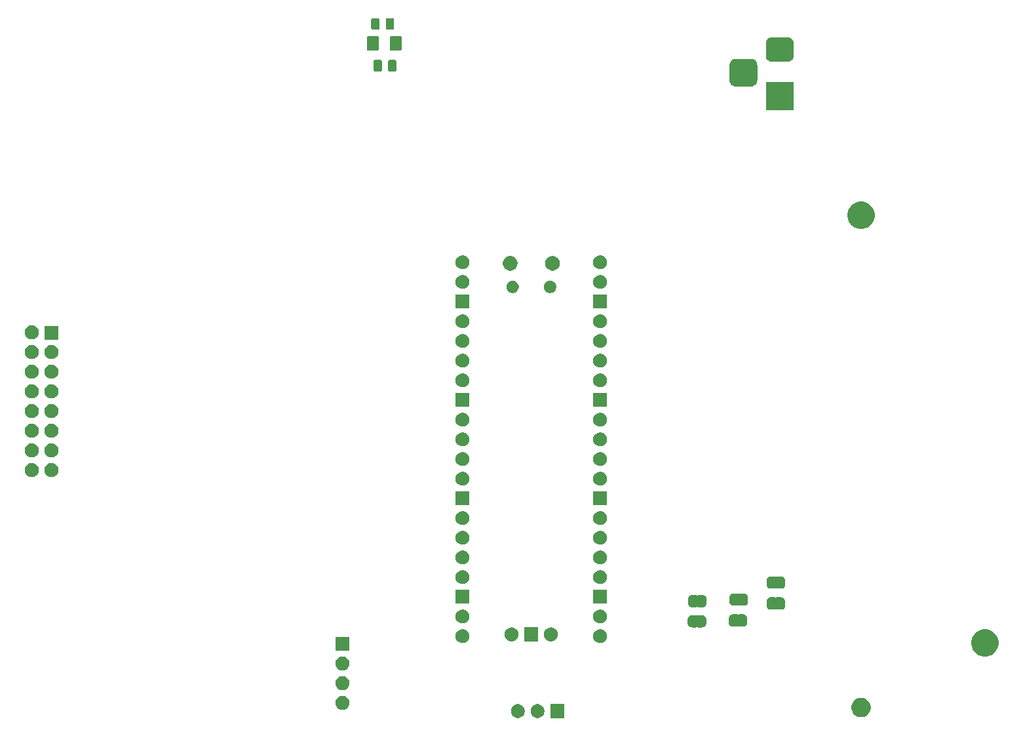
<source format=gbr>
G04 #@! TF.GenerationSoftware,KiCad,Pcbnew,5.1.5+dfsg1-2build2*
G04 #@! TF.CreationDate,2021-12-30T10:18:34+00:00*
G04 #@! TF.ProjectId,psion-org2-bluetooth-adapter,7073696f-6e2d-46f7-9267-322d626c7565,rev?*
G04 #@! TF.SameCoordinates,Original*
G04 #@! TF.FileFunction,Soldermask,Bot*
G04 #@! TF.FilePolarity,Negative*
%FSLAX46Y46*%
G04 Gerber Fmt 4.6, Leading zero omitted, Abs format (unit mm)*
G04 Created by KiCad (PCBNEW 5.1.5+dfsg1-2build2) date 2021-12-30 10:18:34*
%MOMM*%
%LPD*%
G04 APERTURE LIST*
%ADD10C,0.100000*%
G04 APERTURE END LIST*
D10*
G36*
X142373512Y-135603927D02*
G01*
X142522812Y-135633624D01*
X142686784Y-135701544D01*
X142834354Y-135800147D01*
X142959853Y-135925646D01*
X143058456Y-136073216D01*
X143126376Y-136237188D01*
X143156073Y-136386488D01*
X143157457Y-136393444D01*
X143161000Y-136411259D01*
X143161000Y-136588741D01*
X143126376Y-136762812D01*
X143058456Y-136926784D01*
X142959853Y-137074354D01*
X142834354Y-137199853D01*
X142686784Y-137298456D01*
X142522812Y-137366376D01*
X142373512Y-137396073D01*
X142348742Y-137401000D01*
X142171258Y-137401000D01*
X142146488Y-137396073D01*
X141997188Y-137366376D01*
X141833216Y-137298456D01*
X141685646Y-137199853D01*
X141560147Y-137074354D01*
X141461544Y-136926784D01*
X141393624Y-136762812D01*
X141359000Y-136588741D01*
X141359000Y-136411259D01*
X141362544Y-136393444D01*
X141363927Y-136386488D01*
X141393624Y-136237188D01*
X141461544Y-136073216D01*
X141560147Y-135925646D01*
X141685646Y-135800147D01*
X141833216Y-135701544D01*
X141997188Y-135633624D01*
X142146488Y-135603927D01*
X142171258Y-135599000D01*
X142348742Y-135599000D01*
X142373512Y-135603927D01*
G37*
G36*
X144913512Y-135603927D02*
G01*
X145062812Y-135633624D01*
X145226784Y-135701544D01*
X145374354Y-135800147D01*
X145499853Y-135925646D01*
X145598456Y-136073216D01*
X145666376Y-136237188D01*
X145696073Y-136386488D01*
X145697457Y-136393444D01*
X145701000Y-136411259D01*
X145701000Y-136588741D01*
X145666376Y-136762812D01*
X145598456Y-136926784D01*
X145499853Y-137074354D01*
X145374354Y-137199853D01*
X145226784Y-137298456D01*
X145062812Y-137366376D01*
X144913512Y-137396073D01*
X144888742Y-137401000D01*
X144711258Y-137401000D01*
X144686488Y-137396073D01*
X144537188Y-137366376D01*
X144373216Y-137298456D01*
X144225646Y-137199853D01*
X144100147Y-137074354D01*
X144001544Y-136926784D01*
X143933624Y-136762812D01*
X143899000Y-136588741D01*
X143899000Y-136411259D01*
X143902544Y-136393444D01*
X143903927Y-136386488D01*
X143933624Y-136237188D01*
X144001544Y-136073216D01*
X144100147Y-135925646D01*
X144225646Y-135800147D01*
X144373216Y-135701544D01*
X144537188Y-135633624D01*
X144686488Y-135603927D01*
X144711258Y-135599000D01*
X144888742Y-135599000D01*
X144913512Y-135603927D01*
G37*
G36*
X148241000Y-137401000D02*
G01*
X146439000Y-137401000D01*
X146439000Y-135599000D01*
X148241000Y-135599000D01*
X148241000Y-137401000D01*
G37*
G36*
X186963444Y-134831882D02*
G01*
X187190201Y-134925808D01*
X187190202Y-134925809D01*
X187394279Y-135062168D01*
X187567832Y-135235721D01*
X187631667Y-135331258D01*
X187704192Y-135439799D01*
X187798118Y-135666556D01*
X187846000Y-135907278D01*
X187846000Y-136152722D01*
X187798118Y-136393444D01*
X187704192Y-136620201D01*
X187704191Y-136620202D01*
X187567832Y-136824279D01*
X187394279Y-136997832D01*
X187279756Y-137074353D01*
X187190201Y-137134192D01*
X186963444Y-137228118D01*
X186722722Y-137276000D01*
X186477278Y-137276000D01*
X186236556Y-137228118D01*
X186009799Y-137134192D01*
X185920244Y-137074353D01*
X185805721Y-136997832D01*
X185632168Y-136824279D01*
X185495809Y-136620202D01*
X185495808Y-136620201D01*
X185401882Y-136393444D01*
X185354000Y-136152722D01*
X185354000Y-135907278D01*
X185401882Y-135666556D01*
X185495808Y-135439799D01*
X185568333Y-135331258D01*
X185632168Y-135235721D01*
X185805721Y-135062168D01*
X186009798Y-134925809D01*
X186009799Y-134925808D01*
X186236556Y-134831882D01*
X186477278Y-134784000D01*
X186722722Y-134784000D01*
X186963444Y-134831882D01*
G37*
G36*
X119713512Y-134523927D02*
G01*
X119862812Y-134553624D01*
X120026784Y-134621544D01*
X120174354Y-134720147D01*
X120299853Y-134845646D01*
X120398456Y-134993216D01*
X120466376Y-135157188D01*
X120501000Y-135331259D01*
X120501000Y-135508741D01*
X120466376Y-135682812D01*
X120398456Y-135846784D01*
X120299853Y-135994354D01*
X120174354Y-136119853D01*
X120026784Y-136218456D01*
X119862812Y-136286376D01*
X119713512Y-136316073D01*
X119688742Y-136321000D01*
X119511258Y-136321000D01*
X119486488Y-136316073D01*
X119337188Y-136286376D01*
X119173216Y-136218456D01*
X119025646Y-136119853D01*
X118900147Y-135994354D01*
X118801544Y-135846784D01*
X118733624Y-135682812D01*
X118699000Y-135508741D01*
X118699000Y-135331259D01*
X118733624Y-135157188D01*
X118801544Y-134993216D01*
X118900147Y-134845646D01*
X119025646Y-134720147D01*
X119173216Y-134621544D01*
X119337188Y-134553624D01*
X119486488Y-134523927D01*
X119511258Y-134519000D01*
X119688742Y-134519000D01*
X119713512Y-134523927D01*
G37*
G36*
X119713512Y-131983927D02*
G01*
X119862812Y-132013624D01*
X120026784Y-132081544D01*
X120174354Y-132180147D01*
X120299853Y-132305646D01*
X120398456Y-132453216D01*
X120466376Y-132617188D01*
X120501000Y-132791259D01*
X120501000Y-132968741D01*
X120466376Y-133142812D01*
X120398456Y-133306784D01*
X120299853Y-133454354D01*
X120174354Y-133579853D01*
X120026784Y-133678456D01*
X119862812Y-133746376D01*
X119713512Y-133776073D01*
X119688742Y-133781000D01*
X119511258Y-133781000D01*
X119486488Y-133776073D01*
X119337188Y-133746376D01*
X119173216Y-133678456D01*
X119025646Y-133579853D01*
X118900147Y-133454354D01*
X118801544Y-133306784D01*
X118733624Y-133142812D01*
X118699000Y-132968741D01*
X118699000Y-132791259D01*
X118733624Y-132617188D01*
X118801544Y-132453216D01*
X118900147Y-132305646D01*
X119025646Y-132180147D01*
X119173216Y-132081544D01*
X119337188Y-132013624D01*
X119486488Y-131983927D01*
X119511258Y-131979000D01*
X119688742Y-131979000D01*
X119713512Y-131983927D01*
G37*
G36*
X119713512Y-129443927D02*
G01*
X119862812Y-129473624D01*
X120026784Y-129541544D01*
X120174354Y-129640147D01*
X120299853Y-129765646D01*
X120398456Y-129913216D01*
X120466376Y-130077188D01*
X120501000Y-130251259D01*
X120501000Y-130428741D01*
X120466376Y-130602812D01*
X120398456Y-130766784D01*
X120299853Y-130914354D01*
X120174354Y-131039853D01*
X120026784Y-131138456D01*
X119862812Y-131206376D01*
X119713512Y-131236073D01*
X119688742Y-131241000D01*
X119511258Y-131241000D01*
X119486488Y-131236073D01*
X119337188Y-131206376D01*
X119173216Y-131138456D01*
X119025646Y-131039853D01*
X118900147Y-130914354D01*
X118801544Y-130766784D01*
X118733624Y-130602812D01*
X118699000Y-130428741D01*
X118699000Y-130251259D01*
X118733624Y-130077188D01*
X118801544Y-129913216D01*
X118900147Y-129765646D01*
X119025646Y-129640147D01*
X119173216Y-129541544D01*
X119337188Y-129473624D01*
X119486488Y-129443927D01*
X119511258Y-129439000D01*
X119688742Y-129439000D01*
X119713512Y-129443927D01*
G37*
G36*
X203118039Y-125992250D02*
G01*
X203307372Y-126070675D01*
X203441251Y-126126129D01*
X203732134Y-126320491D01*
X203979509Y-126567866D01*
X204173871Y-126858749D01*
X204175554Y-126862812D01*
X204307750Y-127181961D01*
X204376000Y-127525078D01*
X204376000Y-127874922D01*
X204307750Y-128218039D01*
X204229325Y-128407372D01*
X204173871Y-128541251D01*
X203979509Y-128832134D01*
X203732134Y-129079509D01*
X203441251Y-129273871D01*
X203307372Y-129329325D01*
X203118039Y-129407750D01*
X202774922Y-129476000D01*
X202425078Y-129476000D01*
X202081961Y-129407750D01*
X201892628Y-129329325D01*
X201758749Y-129273871D01*
X201467866Y-129079509D01*
X201220491Y-128832134D01*
X201026129Y-128541251D01*
X200970675Y-128407372D01*
X200892250Y-128218039D01*
X200824000Y-127874922D01*
X200824000Y-127525078D01*
X200892250Y-127181961D01*
X201024446Y-126862812D01*
X201026129Y-126858749D01*
X201220491Y-126567866D01*
X201467866Y-126320491D01*
X201758749Y-126126129D01*
X201892628Y-126070675D01*
X202081961Y-125992250D01*
X202425078Y-125924000D01*
X202774922Y-125924000D01*
X203118039Y-125992250D01*
G37*
G36*
X120501000Y-128701000D02*
G01*
X118699000Y-128701000D01*
X118699000Y-126899000D01*
X120501000Y-126899000D01*
X120501000Y-128701000D01*
G37*
G36*
X153003512Y-125933927D02*
G01*
X153152812Y-125963624D01*
X153316784Y-126031544D01*
X153464354Y-126130147D01*
X153589853Y-126255646D01*
X153688456Y-126403216D01*
X153756376Y-126567188D01*
X153791000Y-126741259D01*
X153791000Y-126918741D01*
X153756376Y-127092812D01*
X153688456Y-127256784D01*
X153589853Y-127404354D01*
X153464354Y-127529853D01*
X153316784Y-127628456D01*
X153152812Y-127696376D01*
X153003512Y-127726073D01*
X152978742Y-127731000D01*
X152801258Y-127731000D01*
X152776488Y-127726073D01*
X152627188Y-127696376D01*
X152463216Y-127628456D01*
X152315646Y-127529853D01*
X152190147Y-127404354D01*
X152091544Y-127256784D01*
X152023624Y-127092812D01*
X151989000Y-126918741D01*
X151989000Y-126741259D01*
X152023624Y-126567188D01*
X152091544Y-126403216D01*
X152190147Y-126255646D01*
X152315646Y-126130147D01*
X152463216Y-126031544D01*
X152627188Y-125963624D01*
X152776488Y-125933927D01*
X152801258Y-125929000D01*
X152978742Y-125929000D01*
X153003512Y-125933927D01*
G37*
G36*
X135223512Y-125933927D02*
G01*
X135372812Y-125963624D01*
X135536784Y-126031544D01*
X135684354Y-126130147D01*
X135809853Y-126255646D01*
X135908456Y-126403216D01*
X135976376Y-126567188D01*
X136011000Y-126741259D01*
X136011000Y-126918741D01*
X135976376Y-127092812D01*
X135908456Y-127256784D01*
X135809853Y-127404354D01*
X135684354Y-127529853D01*
X135536784Y-127628456D01*
X135372812Y-127696376D01*
X135223512Y-127726073D01*
X135198742Y-127731000D01*
X135021258Y-127731000D01*
X134996488Y-127726073D01*
X134847188Y-127696376D01*
X134683216Y-127628456D01*
X134535646Y-127529853D01*
X134410147Y-127404354D01*
X134311544Y-127256784D01*
X134243624Y-127092812D01*
X134209000Y-126918741D01*
X134209000Y-126741259D01*
X134243624Y-126567188D01*
X134311544Y-126403216D01*
X134410147Y-126255646D01*
X134535646Y-126130147D01*
X134683216Y-126031544D01*
X134847188Y-125963624D01*
X134996488Y-125933927D01*
X135021258Y-125929000D01*
X135198742Y-125929000D01*
X135223512Y-125933927D01*
G37*
G36*
X141573512Y-125703927D02*
G01*
X141722812Y-125733624D01*
X141886784Y-125801544D01*
X142034354Y-125900147D01*
X142159853Y-126025646D01*
X142258456Y-126173216D01*
X142326376Y-126337188D01*
X142361000Y-126511259D01*
X142361000Y-126688741D01*
X142326376Y-126862812D01*
X142258456Y-127026784D01*
X142159853Y-127174354D01*
X142034354Y-127299853D01*
X141886784Y-127398456D01*
X141722812Y-127466376D01*
X141573512Y-127496073D01*
X141548742Y-127501000D01*
X141371258Y-127501000D01*
X141346488Y-127496073D01*
X141197188Y-127466376D01*
X141033216Y-127398456D01*
X140885646Y-127299853D01*
X140760147Y-127174354D01*
X140661544Y-127026784D01*
X140593624Y-126862812D01*
X140559000Y-126688741D01*
X140559000Y-126511259D01*
X140593624Y-126337188D01*
X140661544Y-126173216D01*
X140760147Y-126025646D01*
X140885646Y-125900147D01*
X141033216Y-125801544D01*
X141197188Y-125733624D01*
X141346488Y-125703927D01*
X141371258Y-125699000D01*
X141548742Y-125699000D01*
X141573512Y-125703927D01*
G37*
G36*
X144901000Y-127501000D02*
G01*
X143099000Y-127501000D01*
X143099000Y-125699000D01*
X144901000Y-125699000D01*
X144901000Y-127501000D01*
G37*
G36*
X146653512Y-125703927D02*
G01*
X146802812Y-125733624D01*
X146966784Y-125801544D01*
X147114354Y-125900147D01*
X147239853Y-126025646D01*
X147338456Y-126173216D01*
X147406376Y-126337188D01*
X147441000Y-126511259D01*
X147441000Y-126688741D01*
X147406376Y-126862812D01*
X147338456Y-127026784D01*
X147239853Y-127174354D01*
X147114354Y-127299853D01*
X146966784Y-127398456D01*
X146802812Y-127466376D01*
X146653512Y-127496073D01*
X146628742Y-127501000D01*
X146451258Y-127501000D01*
X146426488Y-127496073D01*
X146277188Y-127466376D01*
X146113216Y-127398456D01*
X145965646Y-127299853D01*
X145840147Y-127174354D01*
X145741544Y-127026784D01*
X145673624Y-126862812D01*
X145639000Y-126688741D01*
X145639000Y-126511259D01*
X145673624Y-126337188D01*
X145741544Y-126173216D01*
X145840147Y-126025646D01*
X145965646Y-125900147D01*
X146113216Y-125801544D01*
X146277188Y-125733624D01*
X146426488Y-125703927D01*
X146451258Y-125699000D01*
X146628742Y-125699000D01*
X146653512Y-125703927D01*
G37*
G36*
X165259999Y-124099737D02*
G01*
X165269608Y-124102652D01*
X165278472Y-124107390D01*
X165286237Y-124113763D01*
X165292082Y-124120885D01*
X165296448Y-124126206D01*
X165303378Y-124136575D01*
X165320705Y-124153902D01*
X165341080Y-124167515D01*
X165363720Y-124176891D01*
X165387753Y-124181671D01*
X165412257Y-124181670D01*
X165436290Y-124176888D01*
X165458929Y-124167510D01*
X165479302Y-124153895D01*
X165496629Y-124136568D01*
X165503558Y-124126198D01*
X165513763Y-124113763D01*
X165521528Y-124107390D01*
X165530392Y-124102652D01*
X165540001Y-124099737D01*
X165556140Y-124098148D01*
X166043861Y-124098148D01*
X166062199Y-124099954D01*
X166074450Y-124100556D01*
X166092869Y-124100556D01*
X166115149Y-124102750D01*
X166199233Y-124119476D01*
X166220660Y-124125976D01*
X166299858Y-124158780D01*
X166305303Y-124161691D01*
X166305309Y-124161693D01*
X166314169Y-124166429D01*
X166314173Y-124166432D01*
X166319614Y-124169340D01*
X166390899Y-124216971D01*
X166408204Y-124231172D01*
X166468828Y-124291796D01*
X166483029Y-124309101D01*
X166530660Y-124380386D01*
X166533568Y-124385827D01*
X166533571Y-124385831D01*
X166538307Y-124394691D01*
X166538309Y-124394697D01*
X166541220Y-124400142D01*
X166574024Y-124479340D01*
X166580524Y-124500767D01*
X166597250Y-124584851D01*
X166599444Y-124607131D01*
X166599444Y-124625550D01*
X166600046Y-124637801D01*
X166601852Y-124656139D01*
X166601852Y-125143862D01*
X166600046Y-125162199D01*
X166599444Y-125174450D01*
X166599444Y-125192869D01*
X166597250Y-125215149D01*
X166580524Y-125299233D01*
X166574024Y-125320660D01*
X166541220Y-125399858D01*
X166538309Y-125405303D01*
X166538307Y-125405309D01*
X166533571Y-125414169D01*
X166533568Y-125414173D01*
X166530660Y-125419614D01*
X166483029Y-125490899D01*
X166468828Y-125508204D01*
X166408204Y-125568828D01*
X166390899Y-125583029D01*
X166319614Y-125630660D01*
X166314173Y-125633568D01*
X166314169Y-125633571D01*
X166305309Y-125638307D01*
X166305303Y-125638309D01*
X166299858Y-125641220D01*
X166220660Y-125674024D01*
X166199233Y-125680524D01*
X166115149Y-125697250D01*
X166092869Y-125699444D01*
X166074450Y-125699444D01*
X166062199Y-125700046D01*
X166043862Y-125701852D01*
X165556140Y-125701852D01*
X165540001Y-125700263D01*
X165530392Y-125697348D01*
X165521528Y-125692610D01*
X165513763Y-125686237D01*
X165503552Y-125673794D01*
X165496622Y-125663425D01*
X165479295Y-125646098D01*
X165458920Y-125632485D01*
X165436280Y-125623109D01*
X165412247Y-125618329D01*
X165387743Y-125618330D01*
X165363710Y-125623112D01*
X165341071Y-125632490D01*
X165320698Y-125646105D01*
X165303371Y-125663432D01*
X165296442Y-125673802D01*
X165286237Y-125686237D01*
X165278472Y-125692610D01*
X165269608Y-125697348D01*
X165259999Y-125700263D01*
X165243860Y-125701852D01*
X164756138Y-125701852D01*
X164737801Y-125700046D01*
X164725550Y-125699444D01*
X164707131Y-125699444D01*
X164684851Y-125697250D01*
X164600767Y-125680524D01*
X164579340Y-125674024D01*
X164500142Y-125641220D01*
X164494697Y-125638309D01*
X164494691Y-125638307D01*
X164485831Y-125633571D01*
X164485827Y-125633568D01*
X164480386Y-125630660D01*
X164409101Y-125583029D01*
X164391796Y-125568828D01*
X164331172Y-125508204D01*
X164316971Y-125490899D01*
X164269340Y-125419614D01*
X164266432Y-125414173D01*
X164266429Y-125414169D01*
X164261693Y-125405309D01*
X164261691Y-125405303D01*
X164258780Y-125399858D01*
X164225976Y-125320660D01*
X164219476Y-125299233D01*
X164202750Y-125215149D01*
X164200556Y-125192869D01*
X164200556Y-125174450D01*
X164199954Y-125162199D01*
X164198148Y-125143862D01*
X164198148Y-124656139D01*
X164199954Y-124637801D01*
X164200556Y-124625550D01*
X164200556Y-124607131D01*
X164202750Y-124584851D01*
X164219476Y-124500767D01*
X164225976Y-124479340D01*
X164258780Y-124400142D01*
X164261691Y-124394697D01*
X164261693Y-124394691D01*
X164266429Y-124385831D01*
X164266432Y-124385827D01*
X164269340Y-124380386D01*
X164316971Y-124309101D01*
X164331172Y-124291796D01*
X164391796Y-124231172D01*
X164409101Y-124216971D01*
X164480386Y-124169340D01*
X164485827Y-124166432D01*
X164485831Y-124166429D01*
X164494691Y-124161693D01*
X164494697Y-124161691D01*
X164500142Y-124158780D01*
X164579340Y-124125976D01*
X164600767Y-124119476D01*
X164684851Y-124102750D01*
X164707131Y-124100556D01*
X164725550Y-124100556D01*
X164737801Y-124099954D01*
X164756139Y-124098148D01*
X165243860Y-124098148D01*
X165259999Y-124099737D01*
G37*
G36*
X170559999Y-123999737D02*
G01*
X170569608Y-124002652D01*
X170578472Y-124007390D01*
X170586237Y-124013763D01*
X170596448Y-124026206D01*
X170603378Y-124036575D01*
X170620705Y-124053902D01*
X170641080Y-124067515D01*
X170663720Y-124076891D01*
X170687753Y-124081671D01*
X170712257Y-124081670D01*
X170736290Y-124076888D01*
X170758929Y-124067510D01*
X170779302Y-124053895D01*
X170796629Y-124036568D01*
X170803558Y-124026198D01*
X170813763Y-124013763D01*
X170821528Y-124007390D01*
X170830392Y-124002652D01*
X170840001Y-123999737D01*
X170856140Y-123998148D01*
X171343861Y-123998148D01*
X171362199Y-123999954D01*
X171374450Y-124000556D01*
X171392869Y-124000556D01*
X171415149Y-124002750D01*
X171499233Y-124019476D01*
X171520660Y-124025976D01*
X171599858Y-124058780D01*
X171605303Y-124061691D01*
X171605309Y-124061693D01*
X171614169Y-124066429D01*
X171614173Y-124066432D01*
X171619614Y-124069340D01*
X171690899Y-124116971D01*
X171708204Y-124131172D01*
X171768828Y-124191796D01*
X171783029Y-124209101D01*
X171830660Y-124280386D01*
X171833568Y-124285827D01*
X171833571Y-124285831D01*
X171838307Y-124294691D01*
X171838309Y-124294697D01*
X171841220Y-124300142D01*
X171874024Y-124379340D01*
X171880524Y-124400767D01*
X171897250Y-124484851D01*
X171899444Y-124507131D01*
X171899444Y-124525550D01*
X171900046Y-124537801D01*
X171901852Y-124556139D01*
X171901852Y-125043862D01*
X171900046Y-125062199D01*
X171899444Y-125074450D01*
X171899444Y-125092869D01*
X171897250Y-125115149D01*
X171880524Y-125199233D01*
X171874024Y-125220660D01*
X171841220Y-125299858D01*
X171838309Y-125305303D01*
X171838307Y-125305309D01*
X171833571Y-125314169D01*
X171833568Y-125314173D01*
X171830660Y-125319614D01*
X171783029Y-125390899D01*
X171768828Y-125408204D01*
X171708204Y-125468828D01*
X171690899Y-125483029D01*
X171619614Y-125530660D01*
X171614173Y-125533568D01*
X171614169Y-125533571D01*
X171605309Y-125538307D01*
X171605303Y-125538309D01*
X171599858Y-125541220D01*
X171520660Y-125574024D01*
X171499233Y-125580524D01*
X171415149Y-125597250D01*
X171392869Y-125599444D01*
X171374450Y-125599444D01*
X171362199Y-125600046D01*
X171343862Y-125601852D01*
X170856140Y-125601852D01*
X170840001Y-125600263D01*
X170830392Y-125597348D01*
X170821528Y-125592610D01*
X170813763Y-125586237D01*
X170809075Y-125580524D01*
X170807390Y-125578471D01*
X170803552Y-125573794D01*
X170796622Y-125563425D01*
X170779295Y-125546098D01*
X170758920Y-125532485D01*
X170736280Y-125523109D01*
X170712247Y-125518329D01*
X170687743Y-125518330D01*
X170663710Y-125523112D01*
X170641071Y-125532490D01*
X170620698Y-125546105D01*
X170603371Y-125563432D01*
X170596442Y-125573802D01*
X170586237Y-125586237D01*
X170578472Y-125592610D01*
X170569608Y-125597348D01*
X170559999Y-125600263D01*
X170543860Y-125601852D01*
X170056138Y-125601852D01*
X170037801Y-125600046D01*
X170025550Y-125599444D01*
X170007131Y-125599444D01*
X169984851Y-125597250D01*
X169900767Y-125580524D01*
X169879340Y-125574024D01*
X169800142Y-125541220D01*
X169794697Y-125538309D01*
X169794691Y-125538307D01*
X169785831Y-125533571D01*
X169785827Y-125533568D01*
X169780386Y-125530660D01*
X169709101Y-125483029D01*
X169691796Y-125468828D01*
X169631172Y-125408204D01*
X169616971Y-125390899D01*
X169569340Y-125319614D01*
X169566432Y-125314173D01*
X169566429Y-125314169D01*
X169561693Y-125305309D01*
X169561691Y-125305303D01*
X169558780Y-125299858D01*
X169525976Y-125220660D01*
X169519476Y-125199233D01*
X169502750Y-125115149D01*
X169500556Y-125092869D01*
X169500556Y-125074450D01*
X169499954Y-125062199D01*
X169498148Y-125043862D01*
X169498148Y-124556139D01*
X169499954Y-124537801D01*
X169500556Y-124525550D01*
X169500556Y-124507131D01*
X169502750Y-124484851D01*
X169519476Y-124400767D01*
X169525976Y-124379340D01*
X169558780Y-124300142D01*
X169561691Y-124294697D01*
X169561693Y-124294691D01*
X169566429Y-124285831D01*
X169566432Y-124285827D01*
X169569340Y-124280386D01*
X169616971Y-124209101D01*
X169631172Y-124191796D01*
X169691796Y-124131172D01*
X169709101Y-124116971D01*
X169780386Y-124069340D01*
X169785827Y-124066432D01*
X169785831Y-124066429D01*
X169794691Y-124061693D01*
X169794697Y-124061691D01*
X169800142Y-124058780D01*
X169879340Y-124025976D01*
X169900767Y-124019476D01*
X169984851Y-124002750D01*
X170007131Y-124000556D01*
X170025550Y-124000556D01*
X170037801Y-123999954D01*
X170056139Y-123998148D01*
X170543860Y-123998148D01*
X170559999Y-123999737D01*
G37*
G36*
X152996890Y-123392610D02*
G01*
X153152812Y-123423624D01*
X153316784Y-123491544D01*
X153464354Y-123590147D01*
X153589853Y-123715646D01*
X153688456Y-123863216D01*
X153756376Y-124027188D01*
X153791000Y-124201259D01*
X153791000Y-124378741D01*
X153756376Y-124552812D01*
X153688456Y-124716784D01*
X153589853Y-124864354D01*
X153464354Y-124989853D01*
X153316784Y-125088456D01*
X153152812Y-125156376D01*
X153003512Y-125186073D01*
X152978742Y-125191000D01*
X152801258Y-125191000D01*
X152776488Y-125186073D01*
X152627188Y-125156376D01*
X152463216Y-125088456D01*
X152315646Y-124989853D01*
X152190147Y-124864354D01*
X152091544Y-124716784D01*
X152023624Y-124552812D01*
X151989000Y-124378741D01*
X151989000Y-124201259D01*
X152023624Y-124027188D01*
X152091544Y-123863216D01*
X152190147Y-123715646D01*
X152315646Y-123590147D01*
X152463216Y-123491544D01*
X152627188Y-123423624D01*
X152783110Y-123392610D01*
X152801258Y-123389000D01*
X152978742Y-123389000D01*
X152996890Y-123392610D01*
G37*
G36*
X135216890Y-123392610D02*
G01*
X135372812Y-123423624D01*
X135536784Y-123491544D01*
X135684354Y-123590147D01*
X135809853Y-123715646D01*
X135908456Y-123863216D01*
X135976376Y-124027188D01*
X136011000Y-124201259D01*
X136011000Y-124378741D01*
X135976376Y-124552812D01*
X135908456Y-124716784D01*
X135809853Y-124864354D01*
X135684354Y-124989853D01*
X135536784Y-125088456D01*
X135372812Y-125156376D01*
X135223512Y-125186073D01*
X135198742Y-125191000D01*
X135021258Y-125191000D01*
X134996488Y-125186073D01*
X134847188Y-125156376D01*
X134683216Y-125088456D01*
X134535646Y-124989853D01*
X134410147Y-124864354D01*
X134311544Y-124716784D01*
X134243624Y-124552812D01*
X134209000Y-124378741D01*
X134209000Y-124201259D01*
X134243624Y-124027188D01*
X134311544Y-123863216D01*
X134410147Y-123715646D01*
X134535646Y-123590147D01*
X134683216Y-123491544D01*
X134847188Y-123423624D01*
X135003110Y-123392610D01*
X135021258Y-123389000D01*
X135198742Y-123389000D01*
X135216890Y-123392610D01*
G37*
G36*
X175459999Y-121799737D02*
G01*
X175469608Y-121802652D01*
X175478472Y-121807390D01*
X175486237Y-121813763D01*
X175496448Y-121826206D01*
X175503378Y-121836575D01*
X175520705Y-121853902D01*
X175541080Y-121867515D01*
X175563720Y-121876891D01*
X175587753Y-121881671D01*
X175612257Y-121881670D01*
X175636290Y-121876888D01*
X175658929Y-121867510D01*
X175679302Y-121853895D01*
X175696629Y-121836568D01*
X175703558Y-121826198D01*
X175713763Y-121813763D01*
X175721528Y-121807390D01*
X175730392Y-121802652D01*
X175740001Y-121799737D01*
X175756140Y-121798148D01*
X176243861Y-121798148D01*
X176262199Y-121799954D01*
X176274450Y-121800556D01*
X176292869Y-121800556D01*
X176315149Y-121802750D01*
X176399233Y-121819476D01*
X176420660Y-121825976D01*
X176499858Y-121858780D01*
X176505303Y-121861691D01*
X176505309Y-121861693D01*
X176514169Y-121866429D01*
X176514173Y-121866432D01*
X176519614Y-121869340D01*
X176590899Y-121916971D01*
X176608204Y-121931172D01*
X176668828Y-121991796D01*
X176683029Y-122009101D01*
X176730660Y-122080386D01*
X176733568Y-122085827D01*
X176733571Y-122085831D01*
X176738307Y-122094691D01*
X176738309Y-122094697D01*
X176741220Y-122100142D01*
X176774024Y-122179340D01*
X176780524Y-122200767D01*
X176797250Y-122284851D01*
X176799444Y-122307131D01*
X176799444Y-122325550D01*
X176800046Y-122337801D01*
X176801852Y-122356139D01*
X176801852Y-122843862D01*
X176800046Y-122862199D01*
X176799444Y-122874450D01*
X176799444Y-122892869D01*
X176797250Y-122915149D01*
X176780524Y-122999233D01*
X176774024Y-123020660D01*
X176741220Y-123099858D01*
X176738309Y-123105303D01*
X176738307Y-123105309D01*
X176733571Y-123114169D01*
X176733568Y-123114173D01*
X176730660Y-123119614D01*
X176683029Y-123190899D01*
X176668828Y-123208204D01*
X176608204Y-123268828D01*
X176590899Y-123283029D01*
X176519614Y-123330660D01*
X176514173Y-123333568D01*
X176514169Y-123333571D01*
X176505309Y-123338307D01*
X176505303Y-123338309D01*
X176499858Y-123341220D01*
X176420660Y-123374024D01*
X176399233Y-123380524D01*
X176315149Y-123397250D01*
X176292869Y-123399444D01*
X176274450Y-123399444D01*
X176262199Y-123400046D01*
X176243862Y-123401852D01*
X175756140Y-123401852D01*
X175740001Y-123400263D01*
X175730392Y-123397348D01*
X175721528Y-123392610D01*
X175713763Y-123386237D01*
X175703552Y-123373794D01*
X175696622Y-123363425D01*
X175679295Y-123346098D01*
X175658920Y-123332485D01*
X175636280Y-123323109D01*
X175612247Y-123318329D01*
X175587743Y-123318330D01*
X175563710Y-123323112D01*
X175541071Y-123332490D01*
X175520698Y-123346105D01*
X175503371Y-123363432D01*
X175496442Y-123373802D01*
X175486237Y-123386237D01*
X175478472Y-123392610D01*
X175469608Y-123397348D01*
X175459999Y-123400263D01*
X175443860Y-123401852D01*
X174956138Y-123401852D01*
X174937801Y-123400046D01*
X174925550Y-123399444D01*
X174907131Y-123399444D01*
X174884851Y-123397250D01*
X174800767Y-123380524D01*
X174779340Y-123374024D01*
X174700142Y-123341220D01*
X174694697Y-123338309D01*
X174694691Y-123338307D01*
X174685831Y-123333571D01*
X174685827Y-123333568D01*
X174680386Y-123330660D01*
X174609101Y-123283029D01*
X174591796Y-123268828D01*
X174531172Y-123208204D01*
X174516971Y-123190899D01*
X174469340Y-123119614D01*
X174466432Y-123114173D01*
X174466429Y-123114169D01*
X174461693Y-123105309D01*
X174461691Y-123105303D01*
X174458780Y-123099858D01*
X174425976Y-123020660D01*
X174419476Y-122999233D01*
X174402750Y-122915149D01*
X174400556Y-122892869D01*
X174400556Y-122874450D01*
X174399954Y-122862199D01*
X174398148Y-122843862D01*
X174398148Y-122356139D01*
X174399954Y-122337801D01*
X174400556Y-122325550D01*
X174400556Y-122307131D01*
X174402750Y-122284851D01*
X174419476Y-122200767D01*
X174425976Y-122179340D01*
X174458780Y-122100142D01*
X174461691Y-122094697D01*
X174461693Y-122094691D01*
X174466429Y-122085831D01*
X174466432Y-122085827D01*
X174469340Y-122080386D01*
X174516971Y-122009101D01*
X174531172Y-121991796D01*
X174591796Y-121931172D01*
X174609101Y-121916971D01*
X174680386Y-121869340D01*
X174685827Y-121866432D01*
X174685831Y-121866429D01*
X174694691Y-121861693D01*
X174694697Y-121861691D01*
X174700142Y-121858780D01*
X174779340Y-121825976D01*
X174800767Y-121819476D01*
X174884851Y-121802750D01*
X174907131Y-121800556D01*
X174925550Y-121800556D01*
X174937801Y-121799954D01*
X174956139Y-121798148D01*
X175443860Y-121798148D01*
X175459999Y-121799737D01*
G37*
G36*
X165309999Y-121499737D02*
G01*
X165319608Y-121502652D01*
X165328472Y-121507390D01*
X165336237Y-121513763D01*
X165346448Y-121526206D01*
X165353378Y-121536575D01*
X165370705Y-121553902D01*
X165391080Y-121567515D01*
X165413720Y-121576891D01*
X165437753Y-121581671D01*
X165462257Y-121581670D01*
X165486290Y-121576888D01*
X165508929Y-121567510D01*
X165529302Y-121553895D01*
X165546629Y-121536568D01*
X165553558Y-121526198D01*
X165563763Y-121513763D01*
X165571528Y-121507390D01*
X165580392Y-121502652D01*
X165590001Y-121499737D01*
X165606140Y-121498148D01*
X166093861Y-121498148D01*
X166112199Y-121499954D01*
X166124450Y-121500556D01*
X166142869Y-121500556D01*
X166165149Y-121502750D01*
X166249233Y-121519476D01*
X166270660Y-121525976D01*
X166349858Y-121558780D01*
X166355303Y-121561691D01*
X166355309Y-121561693D01*
X166364169Y-121566429D01*
X166364173Y-121566432D01*
X166369614Y-121569340D01*
X166440899Y-121616971D01*
X166458204Y-121631172D01*
X166518828Y-121691796D01*
X166533029Y-121709101D01*
X166580660Y-121780386D01*
X166583568Y-121785827D01*
X166583571Y-121785831D01*
X166588307Y-121794691D01*
X166588309Y-121794697D01*
X166591220Y-121800142D01*
X166624024Y-121879340D01*
X166630524Y-121900767D01*
X166647250Y-121984851D01*
X166649444Y-122007131D01*
X166649444Y-122025550D01*
X166650046Y-122037801D01*
X166651852Y-122056139D01*
X166651852Y-122543862D01*
X166650046Y-122562199D01*
X166649444Y-122574450D01*
X166649444Y-122592869D01*
X166647250Y-122615149D01*
X166630524Y-122699233D01*
X166624024Y-122720660D01*
X166591220Y-122799858D01*
X166588309Y-122805303D01*
X166588307Y-122805309D01*
X166583571Y-122814169D01*
X166583568Y-122814173D01*
X166580660Y-122819614D01*
X166533029Y-122890899D01*
X166518828Y-122908204D01*
X166458204Y-122968828D01*
X166440899Y-122983029D01*
X166369614Y-123030660D01*
X166364173Y-123033568D01*
X166364169Y-123033571D01*
X166355309Y-123038307D01*
X166355303Y-123038309D01*
X166349858Y-123041220D01*
X166270660Y-123074024D01*
X166249233Y-123080524D01*
X166165149Y-123097250D01*
X166142869Y-123099444D01*
X166124450Y-123099444D01*
X166112199Y-123100046D01*
X166093862Y-123101852D01*
X165606140Y-123101852D01*
X165590001Y-123100263D01*
X165580392Y-123097348D01*
X165571528Y-123092610D01*
X165563763Y-123086237D01*
X165553552Y-123073794D01*
X165546622Y-123063425D01*
X165529295Y-123046098D01*
X165508920Y-123032485D01*
X165486280Y-123023109D01*
X165462247Y-123018329D01*
X165437743Y-123018330D01*
X165413710Y-123023112D01*
X165391071Y-123032490D01*
X165370698Y-123046105D01*
X165353371Y-123063432D01*
X165346442Y-123073802D01*
X165336237Y-123086237D01*
X165328472Y-123092610D01*
X165319608Y-123097348D01*
X165309999Y-123100263D01*
X165293860Y-123101852D01*
X164806138Y-123101852D01*
X164787801Y-123100046D01*
X164775550Y-123099444D01*
X164757131Y-123099444D01*
X164734851Y-123097250D01*
X164650767Y-123080524D01*
X164629340Y-123074024D01*
X164550142Y-123041220D01*
X164544697Y-123038309D01*
X164544691Y-123038307D01*
X164535831Y-123033571D01*
X164535827Y-123033568D01*
X164530386Y-123030660D01*
X164459101Y-122983029D01*
X164441796Y-122968828D01*
X164381172Y-122908204D01*
X164366971Y-122890899D01*
X164319340Y-122819614D01*
X164316432Y-122814173D01*
X164316429Y-122814169D01*
X164311693Y-122805309D01*
X164311691Y-122805303D01*
X164308780Y-122799858D01*
X164275976Y-122720660D01*
X164269476Y-122699233D01*
X164252750Y-122615149D01*
X164250556Y-122592869D01*
X164250556Y-122574450D01*
X164249954Y-122562199D01*
X164248148Y-122543862D01*
X164248148Y-122056139D01*
X164249954Y-122037801D01*
X164250556Y-122025550D01*
X164250556Y-122007131D01*
X164252750Y-121984851D01*
X164269476Y-121900767D01*
X164275976Y-121879340D01*
X164308780Y-121800142D01*
X164311691Y-121794697D01*
X164311693Y-121794691D01*
X164316429Y-121785831D01*
X164316432Y-121785827D01*
X164319340Y-121780386D01*
X164366971Y-121709101D01*
X164381172Y-121691796D01*
X164441796Y-121631172D01*
X164459101Y-121616971D01*
X164530386Y-121569340D01*
X164535827Y-121566432D01*
X164535831Y-121566429D01*
X164544691Y-121561693D01*
X164544697Y-121561691D01*
X164550142Y-121558780D01*
X164629340Y-121525976D01*
X164650767Y-121519476D01*
X164734851Y-121502750D01*
X164757131Y-121500556D01*
X164775550Y-121500556D01*
X164787801Y-121499954D01*
X164806139Y-121498148D01*
X165293860Y-121498148D01*
X165309999Y-121499737D01*
G37*
G36*
X170659999Y-121299737D02*
G01*
X170669608Y-121302652D01*
X170678472Y-121307390D01*
X170686237Y-121313763D01*
X170696448Y-121326206D01*
X170703378Y-121336575D01*
X170720705Y-121353902D01*
X170741080Y-121367515D01*
X170763720Y-121376891D01*
X170787753Y-121381671D01*
X170812257Y-121381670D01*
X170836290Y-121376888D01*
X170858929Y-121367510D01*
X170879302Y-121353895D01*
X170896629Y-121336568D01*
X170903558Y-121326198D01*
X170913763Y-121313763D01*
X170921528Y-121307390D01*
X170930392Y-121302652D01*
X170940001Y-121299737D01*
X170956140Y-121298148D01*
X171443861Y-121298148D01*
X171462199Y-121299954D01*
X171474450Y-121300556D01*
X171492869Y-121300556D01*
X171515149Y-121302750D01*
X171599233Y-121319476D01*
X171620660Y-121325976D01*
X171699858Y-121358780D01*
X171705303Y-121361691D01*
X171705309Y-121361693D01*
X171714169Y-121366429D01*
X171714173Y-121366432D01*
X171719614Y-121369340D01*
X171790899Y-121416971D01*
X171808204Y-121431172D01*
X171868828Y-121491796D01*
X171883029Y-121509101D01*
X171930660Y-121580386D01*
X171933568Y-121585827D01*
X171933571Y-121585831D01*
X171938307Y-121594691D01*
X171938309Y-121594697D01*
X171941220Y-121600142D01*
X171974024Y-121679340D01*
X171980524Y-121700767D01*
X171997250Y-121784851D01*
X171999444Y-121807131D01*
X171999444Y-121825550D01*
X172000046Y-121837801D01*
X172001852Y-121856139D01*
X172001852Y-122343862D01*
X172000046Y-122362199D01*
X171999444Y-122374450D01*
X171999444Y-122392869D01*
X171997250Y-122415149D01*
X171980524Y-122499233D01*
X171974024Y-122520660D01*
X171941220Y-122599858D01*
X171938309Y-122605303D01*
X171938307Y-122605309D01*
X171933571Y-122614169D01*
X171933568Y-122614173D01*
X171930660Y-122619614D01*
X171883029Y-122690899D01*
X171868828Y-122708204D01*
X171808204Y-122768828D01*
X171790899Y-122783029D01*
X171719614Y-122830660D01*
X171714173Y-122833568D01*
X171714169Y-122833571D01*
X171705309Y-122838307D01*
X171705303Y-122838309D01*
X171699858Y-122841220D01*
X171620660Y-122874024D01*
X171599233Y-122880524D01*
X171515149Y-122897250D01*
X171492869Y-122899444D01*
X171474450Y-122899444D01*
X171462199Y-122900046D01*
X171443862Y-122901852D01*
X170956140Y-122901852D01*
X170940001Y-122900263D01*
X170930392Y-122897348D01*
X170921528Y-122892610D01*
X170913763Y-122886237D01*
X170903552Y-122873794D01*
X170896622Y-122863425D01*
X170879295Y-122846098D01*
X170858920Y-122832485D01*
X170836280Y-122823109D01*
X170812247Y-122818329D01*
X170787743Y-122818330D01*
X170763710Y-122823112D01*
X170741071Y-122832490D01*
X170720698Y-122846105D01*
X170703371Y-122863432D01*
X170696442Y-122873802D01*
X170686237Y-122886237D01*
X170678472Y-122892610D01*
X170669608Y-122897348D01*
X170659999Y-122900263D01*
X170643860Y-122901852D01*
X170156138Y-122901852D01*
X170137801Y-122900046D01*
X170125550Y-122899444D01*
X170107131Y-122899444D01*
X170084851Y-122897250D01*
X170000767Y-122880524D01*
X169979340Y-122874024D01*
X169900142Y-122841220D01*
X169894697Y-122838309D01*
X169894691Y-122838307D01*
X169885831Y-122833571D01*
X169885827Y-122833568D01*
X169880386Y-122830660D01*
X169809101Y-122783029D01*
X169791796Y-122768828D01*
X169731172Y-122708204D01*
X169716971Y-122690899D01*
X169669340Y-122619614D01*
X169666432Y-122614173D01*
X169666429Y-122614169D01*
X169661693Y-122605309D01*
X169661691Y-122605303D01*
X169658780Y-122599858D01*
X169625976Y-122520660D01*
X169619476Y-122499233D01*
X169602750Y-122415149D01*
X169600556Y-122392869D01*
X169600556Y-122374450D01*
X169599954Y-122362199D01*
X169598148Y-122343862D01*
X169598148Y-121856139D01*
X169599954Y-121837801D01*
X169600556Y-121825550D01*
X169600556Y-121807131D01*
X169602750Y-121784851D01*
X169619476Y-121700767D01*
X169625976Y-121679340D01*
X169658780Y-121600142D01*
X169661691Y-121594697D01*
X169661693Y-121594691D01*
X169666429Y-121585831D01*
X169666432Y-121585827D01*
X169669340Y-121580386D01*
X169716971Y-121509101D01*
X169731172Y-121491796D01*
X169791796Y-121431172D01*
X169809101Y-121416971D01*
X169880386Y-121369340D01*
X169885827Y-121366432D01*
X169885831Y-121366429D01*
X169894691Y-121361693D01*
X169894697Y-121361691D01*
X169900142Y-121358780D01*
X169979340Y-121325976D01*
X170000767Y-121319476D01*
X170084851Y-121302750D01*
X170107131Y-121300556D01*
X170125550Y-121300556D01*
X170137801Y-121299954D01*
X170156139Y-121298148D01*
X170643860Y-121298148D01*
X170659999Y-121299737D01*
G37*
G36*
X136011000Y-122651000D02*
G01*
X134209000Y-122651000D01*
X134209000Y-120849000D01*
X136011000Y-120849000D01*
X136011000Y-122651000D01*
G37*
G36*
X153791000Y-122651000D02*
G01*
X151989000Y-122651000D01*
X151989000Y-120849000D01*
X153791000Y-120849000D01*
X153791000Y-122651000D01*
G37*
G36*
X175459999Y-119099737D02*
G01*
X175469608Y-119102652D01*
X175478472Y-119107390D01*
X175486237Y-119113763D01*
X175496448Y-119126206D01*
X175503378Y-119136575D01*
X175520705Y-119153902D01*
X175541080Y-119167515D01*
X175563720Y-119176891D01*
X175587753Y-119181671D01*
X175612257Y-119181670D01*
X175636290Y-119176888D01*
X175658929Y-119167510D01*
X175679302Y-119153895D01*
X175696629Y-119136568D01*
X175703558Y-119126198D01*
X175713763Y-119113763D01*
X175721528Y-119107390D01*
X175730392Y-119102652D01*
X175740001Y-119099737D01*
X175756140Y-119098148D01*
X176243861Y-119098148D01*
X176262199Y-119099954D01*
X176274450Y-119100556D01*
X176292869Y-119100556D01*
X176315149Y-119102750D01*
X176399233Y-119119476D01*
X176420660Y-119125976D01*
X176499858Y-119158780D01*
X176505303Y-119161691D01*
X176505309Y-119161693D01*
X176514169Y-119166429D01*
X176514173Y-119166432D01*
X176519614Y-119169340D01*
X176590899Y-119216971D01*
X176608204Y-119231172D01*
X176668828Y-119291796D01*
X176683029Y-119309101D01*
X176730660Y-119380386D01*
X176733568Y-119385827D01*
X176733571Y-119385831D01*
X176738307Y-119394691D01*
X176738309Y-119394697D01*
X176741220Y-119400142D01*
X176774024Y-119479340D01*
X176780524Y-119500767D01*
X176797250Y-119584851D01*
X176799444Y-119607131D01*
X176799444Y-119625550D01*
X176800046Y-119637801D01*
X176801852Y-119656139D01*
X176801852Y-120143862D01*
X176800046Y-120162199D01*
X176799444Y-120174450D01*
X176799444Y-120192869D01*
X176797250Y-120215149D01*
X176780524Y-120299233D01*
X176774024Y-120320660D01*
X176741220Y-120399858D01*
X176738309Y-120405303D01*
X176738307Y-120405309D01*
X176733571Y-120414169D01*
X176733568Y-120414173D01*
X176730660Y-120419614D01*
X176683029Y-120490899D01*
X176668828Y-120508204D01*
X176608204Y-120568828D01*
X176590899Y-120583029D01*
X176519614Y-120630660D01*
X176514173Y-120633568D01*
X176514169Y-120633571D01*
X176505309Y-120638307D01*
X176505303Y-120638309D01*
X176499858Y-120641220D01*
X176420660Y-120674024D01*
X176399233Y-120680524D01*
X176315149Y-120697250D01*
X176292869Y-120699444D01*
X176274450Y-120699444D01*
X176262199Y-120700046D01*
X176243862Y-120701852D01*
X175756140Y-120701852D01*
X175740001Y-120700263D01*
X175730392Y-120697348D01*
X175721528Y-120692610D01*
X175713763Y-120686237D01*
X175703552Y-120673794D01*
X175696622Y-120663425D01*
X175679295Y-120646098D01*
X175658920Y-120632485D01*
X175636280Y-120623109D01*
X175612247Y-120618329D01*
X175587743Y-120618330D01*
X175563710Y-120623112D01*
X175541071Y-120632490D01*
X175520698Y-120646105D01*
X175503371Y-120663432D01*
X175496442Y-120673802D01*
X175486237Y-120686237D01*
X175478472Y-120692610D01*
X175469608Y-120697348D01*
X175459999Y-120700263D01*
X175443860Y-120701852D01*
X174956138Y-120701852D01*
X174937801Y-120700046D01*
X174925550Y-120699444D01*
X174907131Y-120699444D01*
X174884851Y-120697250D01*
X174800767Y-120680524D01*
X174779340Y-120674024D01*
X174700142Y-120641220D01*
X174694697Y-120638309D01*
X174694691Y-120638307D01*
X174685831Y-120633571D01*
X174685827Y-120633568D01*
X174680386Y-120630660D01*
X174609101Y-120583029D01*
X174591796Y-120568828D01*
X174531172Y-120508204D01*
X174516971Y-120490899D01*
X174469340Y-120419614D01*
X174466432Y-120414173D01*
X174466429Y-120414169D01*
X174461693Y-120405309D01*
X174461691Y-120405303D01*
X174458780Y-120399858D01*
X174425976Y-120320660D01*
X174419476Y-120299233D01*
X174402750Y-120215149D01*
X174400556Y-120192869D01*
X174400556Y-120174450D01*
X174399954Y-120162199D01*
X174398148Y-120143862D01*
X174398148Y-119656139D01*
X174399954Y-119637801D01*
X174400556Y-119625550D01*
X174400556Y-119607131D01*
X174402750Y-119584851D01*
X174419476Y-119500767D01*
X174425976Y-119479340D01*
X174458780Y-119400142D01*
X174461691Y-119394697D01*
X174461693Y-119394691D01*
X174466429Y-119385831D01*
X174466432Y-119385827D01*
X174469340Y-119380386D01*
X174516971Y-119309101D01*
X174531172Y-119291796D01*
X174591796Y-119231172D01*
X174609101Y-119216971D01*
X174680386Y-119169340D01*
X174685827Y-119166432D01*
X174685831Y-119166429D01*
X174694691Y-119161693D01*
X174694697Y-119161691D01*
X174700142Y-119158780D01*
X174779340Y-119125976D01*
X174800767Y-119119476D01*
X174884851Y-119102750D01*
X174907131Y-119100556D01*
X174925550Y-119100556D01*
X174937801Y-119099954D01*
X174956139Y-119098148D01*
X175443860Y-119098148D01*
X175459999Y-119099737D01*
G37*
G36*
X153003512Y-118313927D02*
G01*
X153152812Y-118343624D01*
X153316784Y-118411544D01*
X153464354Y-118510147D01*
X153589853Y-118635646D01*
X153688456Y-118783216D01*
X153756376Y-118947188D01*
X153786073Y-119096488D01*
X153790646Y-119119476D01*
X153791000Y-119121259D01*
X153791000Y-119298741D01*
X153756376Y-119472812D01*
X153688456Y-119636784D01*
X153589853Y-119784354D01*
X153464354Y-119909853D01*
X153316784Y-120008456D01*
X153152812Y-120076376D01*
X153003512Y-120106073D01*
X152978742Y-120111000D01*
X152801258Y-120111000D01*
X152776488Y-120106073D01*
X152627188Y-120076376D01*
X152463216Y-120008456D01*
X152315646Y-119909853D01*
X152190147Y-119784354D01*
X152091544Y-119636784D01*
X152023624Y-119472812D01*
X151989000Y-119298741D01*
X151989000Y-119121259D01*
X151989355Y-119119476D01*
X151993927Y-119096488D01*
X152023624Y-118947188D01*
X152091544Y-118783216D01*
X152190147Y-118635646D01*
X152315646Y-118510147D01*
X152463216Y-118411544D01*
X152627188Y-118343624D01*
X152776488Y-118313927D01*
X152801258Y-118309000D01*
X152978742Y-118309000D01*
X153003512Y-118313927D01*
G37*
G36*
X135223512Y-118313927D02*
G01*
X135372812Y-118343624D01*
X135536784Y-118411544D01*
X135684354Y-118510147D01*
X135809853Y-118635646D01*
X135908456Y-118783216D01*
X135976376Y-118947188D01*
X136006073Y-119096488D01*
X136010646Y-119119476D01*
X136011000Y-119121259D01*
X136011000Y-119298741D01*
X135976376Y-119472812D01*
X135908456Y-119636784D01*
X135809853Y-119784354D01*
X135684354Y-119909853D01*
X135536784Y-120008456D01*
X135372812Y-120076376D01*
X135223512Y-120106073D01*
X135198742Y-120111000D01*
X135021258Y-120111000D01*
X134996488Y-120106073D01*
X134847188Y-120076376D01*
X134683216Y-120008456D01*
X134535646Y-119909853D01*
X134410147Y-119784354D01*
X134311544Y-119636784D01*
X134243624Y-119472812D01*
X134209000Y-119298741D01*
X134209000Y-119121259D01*
X134209355Y-119119476D01*
X134213927Y-119096488D01*
X134243624Y-118947188D01*
X134311544Y-118783216D01*
X134410147Y-118635646D01*
X134535646Y-118510147D01*
X134683216Y-118411544D01*
X134847188Y-118343624D01*
X134996488Y-118313927D01*
X135021258Y-118309000D01*
X135198742Y-118309000D01*
X135223512Y-118313927D01*
G37*
G36*
X135223512Y-115773927D02*
G01*
X135372812Y-115803624D01*
X135536784Y-115871544D01*
X135684354Y-115970147D01*
X135809853Y-116095646D01*
X135908456Y-116243216D01*
X135976376Y-116407188D01*
X136011000Y-116581259D01*
X136011000Y-116758741D01*
X135976376Y-116932812D01*
X135908456Y-117096784D01*
X135809853Y-117244354D01*
X135684354Y-117369853D01*
X135536784Y-117468456D01*
X135372812Y-117536376D01*
X135223512Y-117566073D01*
X135198742Y-117571000D01*
X135021258Y-117571000D01*
X134996488Y-117566073D01*
X134847188Y-117536376D01*
X134683216Y-117468456D01*
X134535646Y-117369853D01*
X134410147Y-117244354D01*
X134311544Y-117096784D01*
X134243624Y-116932812D01*
X134209000Y-116758741D01*
X134209000Y-116581259D01*
X134243624Y-116407188D01*
X134311544Y-116243216D01*
X134410147Y-116095646D01*
X134535646Y-115970147D01*
X134683216Y-115871544D01*
X134847188Y-115803624D01*
X134996488Y-115773927D01*
X135021258Y-115769000D01*
X135198742Y-115769000D01*
X135223512Y-115773927D01*
G37*
G36*
X153003512Y-115773927D02*
G01*
X153152812Y-115803624D01*
X153316784Y-115871544D01*
X153464354Y-115970147D01*
X153589853Y-116095646D01*
X153688456Y-116243216D01*
X153756376Y-116407188D01*
X153791000Y-116581259D01*
X153791000Y-116758741D01*
X153756376Y-116932812D01*
X153688456Y-117096784D01*
X153589853Y-117244354D01*
X153464354Y-117369853D01*
X153316784Y-117468456D01*
X153152812Y-117536376D01*
X153003512Y-117566073D01*
X152978742Y-117571000D01*
X152801258Y-117571000D01*
X152776488Y-117566073D01*
X152627188Y-117536376D01*
X152463216Y-117468456D01*
X152315646Y-117369853D01*
X152190147Y-117244354D01*
X152091544Y-117096784D01*
X152023624Y-116932812D01*
X151989000Y-116758741D01*
X151989000Y-116581259D01*
X152023624Y-116407188D01*
X152091544Y-116243216D01*
X152190147Y-116095646D01*
X152315646Y-115970147D01*
X152463216Y-115871544D01*
X152627188Y-115803624D01*
X152776488Y-115773927D01*
X152801258Y-115769000D01*
X152978742Y-115769000D01*
X153003512Y-115773927D01*
G37*
G36*
X153003512Y-113233927D02*
G01*
X153152812Y-113263624D01*
X153316784Y-113331544D01*
X153464354Y-113430147D01*
X153589853Y-113555646D01*
X153688456Y-113703216D01*
X153756376Y-113867188D01*
X153791000Y-114041259D01*
X153791000Y-114218741D01*
X153756376Y-114392812D01*
X153688456Y-114556784D01*
X153589853Y-114704354D01*
X153464354Y-114829853D01*
X153316784Y-114928456D01*
X153152812Y-114996376D01*
X153003512Y-115026073D01*
X152978742Y-115031000D01*
X152801258Y-115031000D01*
X152776488Y-115026073D01*
X152627188Y-114996376D01*
X152463216Y-114928456D01*
X152315646Y-114829853D01*
X152190147Y-114704354D01*
X152091544Y-114556784D01*
X152023624Y-114392812D01*
X151989000Y-114218741D01*
X151989000Y-114041259D01*
X152023624Y-113867188D01*
X152091544Y-113703216D01*
X152190147Y-113555646D01*
X152315646Y-113430147D01*
X152463216Y-113331544D01*
X152627188Y-113263624D01*
X152776488Y-113233927D01*
X152801258Y-113229000D01*
X152978742Y-113229000D01*
X153003512Y-113233927D01*
G37*
G36*
X135223512Y-113233927D02*
G01*
X135372812Y-113263624D01*
X135536784Y-113331544D01*
X135684354Y-113430147D01*
X135809853Y-113555646D01*
X135908456Y-113703216D01*
X135976376Y-113867188D01*
X136011000Y-114041259D01*
X136011000Y-114218741D01*
X135976376Y-114392812D01*
X135908456Y-114556784D01*
X135809853Y-114704354D01*
X135684354Y-114829853D01*
X135536784Y-114928456D01*
X135372812Y-114996376D01*
X135223512Y-115026073D01*
X135198742Y-115031000D01*
X135021258Y-115031000D01*
X134996488Y-115026073D01*
X134847188Y-114996376D01*
X134683216Y-114928456D01*
X134535646Y-114829853D01*
X134410147Y-114704354D01*
X134311544Y-114556784D01*
X134243624Y-114392812D01*
X134209000Y-114218741D01*
X134209000Y-114041259D01*
X134243624Y-113867188D01*
X134311544Y-113703216D01*
X134410147Y-113555646D01*
X134535646Y-113430147D01*
X134683216Y-113331544D01*
X134847188Y-113263624D01*
X134996488Y-113233927D01*
X135021258Y-113229000D01*
X135198742Y-113229000D01*
X135223512Y-113233927D01*
G37*
G36*
X153003512Y-110693927D02*
G01*
X153152812Y-110723624D01*
X153316784Y-110791544D01*
X153464354Y-110890147D01*
X153589853Y-111015646D01*
X153688456Y-111163216D01*
X153756376Y-111327188D01*
X153791000Y-111501259D01*
X153791000Y-111678741D01*
X153756376Y-111852812D01*
X153688456Y-112016784D01*
X153589853Y-112164354D01*
X153464354Y-112289853D01*
X153316784Y-112388456D01*
X153152812Y-112456376D01*
X153003512Y-112486073D01*
X152978742Y-112491000D01*
X152801258Y-112491000D01*
X152776488Y-112486073D01*
X152627188Y-112456376D01*
X152463216Y-112388456D01*
X152315646Y-112289853D01*
X152190147Y-112164354D01*
X152091544Y-112016784D01*
X152023624Y-111852812D01*
X151989000Y-111678741D01*
X151989000Y-111501259D01*
X152023624Y-111327188D01*
X152091544Y-111163216D01*
X152190147Y-111015646D01*
X152315646Y-110890147D01*
X152463216Y-110791544D01*
X152627188Y-110723624D01*
X152776488Y-110693927D01*
X152801258Y-110689000D01*
X152978742Y-110689000D01*
X153003512Y-110693927D01*
G37*
G36*
X135223512Y-110693927D02*
G01*
X135372812Y-110723624D01*
X135536784Y-110791544D01*
X135684354Y-110890147D01*
X135809853Y-111015646D01*
X135908456Y-111163216D01*
X135976376Y-111327188D01*
X136011000Y-111501259D01*
X136011000Y-111678741D01*
X135976376Y-111852812D01*
X135908456Y-112016784D01*
X135809853Y-112164354D01*
X135684354Y-112289853D01*
X135536784Y-112388456D01*
X135372812Y-112456376D01*
X135223512Y-112486073D01*
X135198742Y-112491000D01*
X135021258Y-112491000D01*
X134996488Y-112486073D01*
X134847188Y-112456376D01*
X134683216Y-112388456D01*
X134535646Y-112289853D01*
X134410147Y-112164354D01*
X134311544Y-112016784D01*
X134243624Y-111852812D01*
X134209000Y-111678741D01*
X134209000Y-111501259D01*
X134243624Y-111327188D01*
X134311544Y-111163216D01*
X134410147Y-111015646D01*
X134535646Y-110890147D01*
X134683216Y-110791544D01*
X134847188Y-110723624D01*
X134996488Y-110693927D01*
X135021258Y-110689000D01*
X135198742Y-110689000D01*
X135223512Y-110693927D01*
G37*
G36*
X153791000Y-109951000D02*
G01*
X151989000Y-109951000D01*
X151989000Y-108149000D01*
X153791000Y-108149000D01*
X153791000Y-109951000D01*
G37*
G36*
X136011000Y-109951000D02*
G01*
X134209000Y-109951000D01*
X134209000Y-108149000D01*
X136011000Y-108149000D01*
X136011000Y-109951000D01*
G37*
G36*
X153003512Y-105613927D02*
G01*
X153152812Y-105643624D01*
X153316784Y-105711544D01*
X153464354Y-105810147D01*
X153589853Y-105935646D01*
X153688456Y-106083216D01*
X153756376Y-106247188D01*
X153791000Y-106421259D01*
X153791000Y-106598741D01*
X153756376Y-106772812D01*
X153688456Y-106936784D01*
X153589853Y-107084354D01*
X153464354Y-107209853D01*
X153316784Y-107308456D01*
X153152812Y-107376376D01*
X153003512Y-107406073D01*
X152978742Y-107411000D01*
X152801258Y-107411000D01*
X152776488Y-107406073D01*
X152627188Y-107376376D01*
X152463216Y-107308456D01*
X152315646Y-107209853D01*
X152190147Y-107084354D01*
X152091544Y-106936784D01*
X152023624Y-106772812D01*
X151989000Y-106598741D01*
X151989000Y-106421259D01*
X152023624Y-106247188D01*
X152091544Y-106083216D01*
X152190147Y-105935646D01*
X152315646Y-105810147D01*
X152463216Y-105711544D01*
X152627188Y-105643624D01*
X152776488Y-105613927D01*
X152801258Y-105609000D01*
X152978742Y-105609000D01*
X153003512Y-105613927D01*
G37*
G36*
X135223512Y-105613927D02*
G01*
X135372812Y-105643624D01*
X135536784Y-105711544D01*
X135684354Y-105810147D01*
X135809853Y-105935646D01*
X135908456Y-106083216D01*
X135976376Y-106247188D01*
X136011000Y-106421259D01*
X136011000Y-106598741D01*
X135976376Y-106772812D01*
X135908456Y-106936784D01*
X135809853Y-107084354D01*
X135684354Y-107209853D01*
X135536784Y-107308456D01*
X135372812Y-107376376D01*
X135223512Y-107406073D01*
X135198742Y-107411000D01*
X135021258Y-107411000D01*
X134996488Y-107406073D01*
X134847188Y-107376376D01*
X134683216Y-107308456D01*
X134535646Y-107209853D01*
X134410147Y-107084354D01*
X134311544Y-106936784D01*
X134243624Y-106772812D01*
X134209000Y-106598741D01*
X134209000Y-106421259D01*
X134243624Y-106247188D01*
X134311544Y-106083216D01*
X134410147Y-105935646D01*
X134535646Y-105810147D01*
X134683216Y-105711544D01*
X134847188Y-105643624D01*
X134996488Y-105613927D01*
X135021258Y-105609000D01*
X135198742Y-105609000D01*
X135223512Y-105613927D01*
G37*
G36*
X82113512Y-104483927D02*
G01*
X82262812Y-104513624D01*
X82426784Y-104581544D01*
X82574354Y-104680147D01*
X82699853Y-104805646D01*
X82798456Y-104953216D01*
X82866376Y-105117188D01*
X82901000Y-105291259D01*
X82901000Y-105468741D01*
X82866376Y-105642812D01*
X82798456Y-105806784D01*
X82699853Y-105954354D01*
X82574354Y-106079853D01*
X82426784Y-106178456D01*
X82262812Y-106246376D01*
X82113512Y-106276073D01*
X82088742Y-106281000D01*
X81911258Y-106281000D01*
X81886488Y-106276073D01*
X81737188Y-106246376D01*
X81573216Y-106178456D01*
X81425646Y-106079853D01*
X81300147Y-105954354D01*
X81201544Y-105806784D01*
X81133624Y-105642812D01*
X81099000Y-105468741D01*
X81099000Y-105291259D01*
X81133624Y-105117188D01*
X81201544Y-104953216D01*
X81300147Y-104805646D01*
X81425646Y-104680147D01*
X81573216Y-104581544D01*
X81737188Y-104513624D01*
X81886488Y-104483927D01*
X81911258Y-104479000D01*
X82088742Y-104479000D01*
X82113512Y-104483927D01*
G37*
G36*
X79573512Y-104483927D02*
G01*
X79722812Y-104513624D01*
X79886784Y-104581544D01*
X80034354Y-104680147D01*
X80159853Y-104805646D01*
X80258456Y-104953216D01*
X80326376Y-105117188D01*
X80361000Y-105291259D01*
X80361000Y-105468741D01*
X80326376Y-105642812D01*
X80258456Y-105806784D01*
X80159853Y-105954354D01*
X80034354Y-106079853D01*
X79886784Y-106178456D01*
X79722812Y-106246376D01*
X79573512Y-106276073D01*
X79548742Y-106281000D01*
X79371258Y-106281000D01*
X79346488Y-106276073D01*
X79197188Y-106246376D01*
X79033216Y-106178456D01*
X78885646Y-106079853D01*
X78760147Y-105954354D01*
X78661544Y-105806784D01*
X78593624Y-105642812D01*
X78559000Y-105468741D01*
X78559000Y-105291259D01*
X78593624Y-105117188D01*
X78661544Y-104953216D01*
X78760147Y-104805646D01*
X78885646Y-104680147D01*
X79033216Y-104581544D01*
X79197188Y-104513624D01*
X79346488Y-104483927D01*
X79371258Y-104479000D01*
X79548742Y-104479000D01*
X79573512Y-104483927D01*
G37*
G36*
X135223512Y-103073927D02*
G01*
X135372812Y-103103624D01*
X135536784Y-103171544D01*
X135684354Y-103270147D01*
X135809853Y-103395646D01*
X135908456Y-103543216D01*
X135976376Y-103707188D01*
X136011000Y-103881259D01*
X136011000Y-104058741D01*
X135976376Y-104232812D01*
X135908456Y-104396784D01*
X135809853Y-104544354D01*
X135684354Y-104669853D01*
X135536784Y-104768456D01*
X135372812Y-104836376D01*
X135223512Y-104866073D01*
X135198742Y-104871000D01*
X135021258Y-104871000D01*
X134996488Y-104866073D01*
X134847188Y-104836376D01*
X134683216Y-104768456D01*
X134535646Y-104669853D01*
X134410147Y-104544354D01*
X134311544Y-104396784D01*
X134243624Y-104232812D01*
X134209000Y-104058741D01*
X134209000Y-103881259D01*
X134243624Y-103707188D01*
X134311544Y-103543216D01*
X134410147Y-103395646D01*
X134535646Y-103270147D01*
X134683216Y-103171544D01*
X134847188Y-103103624D01*
X134996488Y-103073927D01*
X135021258Y-103069000D01*
X135198742Y-103069000D01*
X135223512Y-103073927D01*
G37*
G36*
X153003512Y-103073927D02*
G01*
X153152812Y-103103624D01*
X153316784Y-103171544D01*
X153464354Y-103270147D01*
X153589853Y-103395646D01*
X153688456Y-103543216D01*
X153756376Y-103707188D01*
X153791000Y-103881259D01*
X153791000Y-104058741D01*
X153756376Y-104232812D01*
X153688456Y-104396784D01*
X153589853Y-104544354D01*
X153464354Y-104669853D01*
X153316784Y-104768456D01*
X153152812Y-104836376D01*
X153003512Y-104866073D01*
X152978742Y-104871000D01*
X152801258Y-104871000D01*
X152776488Y-104866073D01*
X152627188Y-104836376D01*
X152463216Y-104768456D01*
X152315646Y-104669853D01*
X152190147Y-104544354D01*
X152091544Y-104396784D01*
X152023624Y-104232812D01*
X151989000Y-104058741D01*
X151989000Y-103881259D01*
X152023624Y-103707188D01*
X152091544Y-103543216D01*
X152190147Y-103395646D01*
X152315646Y-103270147D01*
X152463216Y-103171544D01*
X152627188Y-103103624D01*
X152776488Y-103073927D01*
X152801258Y-103069000D01*
X152978742Y-103069000D01*
X153003512Y-103073927D01*
G37*
G36*
X82113512Y-101943927D02*
G01*
X82262812Y-101973624D01*
X82426784Y-102041544D01*
X82574354Y-102140147D01*
X82699853Y-102265646D01*
X82798456Y-102413216D01*
X82866376Y-102577188D01*
X82901000Y-102751259D01*
X82901000Y-102928741D01*
X82866376Y-103102812D01*
X82798456Y-103266784D01*
X82699853Y-103414354D01*
X82574354Y-103539853D01*
X82426784Y-103638456D01*
X82262812Y-103706376D01*
X82113512Y-103736073D01*
X82088742Y-103741000D01*
X81911258Y-103741000D01*
X81886488Y-103736073D01*
X81737188Y-103706376D01*
X81573216Y-103638456D01*
X81425646Y-103539853D01*
X81300147Y-103414354D01*
X81201544Y-103266784D01*
X81133624Y-103102812D01*
X81099000Y-102928741D01*
X81099000Y-102751259D01*
X81133624Y-102577188D01*
X81201544Y-102413216D01*
X81300147Y-102265646D01*
X81425646Y-102140147D01*
X81573216Y-102041544D01*
X81737188Y-101973624D01*
X81886488Y-101943927D01*
X81911258Y-101939000D01*
X82088742Y-101939000D01*
X82113512Y-101943927D01*
G37*
G36*
X79573512Y-101943927D02*
G01*
X79722812Y-101973624D01*
X79886784Y-102041544D01*
X80034354Y-102140147D01*
X80159853Y-102265646D01*
X80258456Y-102413216D01*
X80326376Y-102577188D01*
X80361000Y-102751259D01*
X80361000Y-102928741D01*
X80326376Y-103102812D01*
X80258456Y-103266784D01*
X80159853Y-103414354D01*
X80034354Y-103539853D01*
X79886784Y-103638456D01*
X79722812Y-103706376D01*
X79573512Y-103736073D01*
X79548742Y-103741000D01*
X79371258Y-103741000D01*
X79346488Y-103736073D01*
X79197188Y-103706376D01*
X79033216Y-103638456D01*
X78885646Y-103539853D01*
X78760147Y-103414354D01*
X78661544Y-103266784D01*
X78593624Y-103102812D01*
X78559000Y-102928741D01*
X78559000Y-102751259D01*
X78593624Y-102577188D01*
X78661544Y-102413216D01*
X78760147Y-102265646D01*
X78885646Y-102140147D01*
X79033216Y-102041544D01*
X79197188Y-101973624D01*
X79346488Y-101943927D01*
X79371258Y-101939000D01*
X79548742Y-101939000D01*
X79573512Y-101943927D01*
G37*
G36*
X135223512Y-100533927D02*
G01*
X135372812Y-100563624D01*
X135536784Y-100631544D01*
X135684354Y-100730147D01*
X135809853Y-100855646D01*
X135908456Y-101003216D01*
X135976376Y-101167188D01*
X136011000Y-101341259D01*
X136011000Y-101518741D01*
X135976376Y-101692812D01*
X135908456Y-101856784D01*
X135809853Y-102004354D01*
X135684354Y-102129853D01*
X135536784Y-102228456D01*
X135372812Y-102296376D01*
X135223512Y-102326073D01*
X135198742Y-102331000D01*
X135021258Y-102331000D01*
X134996488Y-102326073D01*
X134847188Y-102296376D01*
X134683216Y-102228456D01*
X134535646Y-102129853D01*
X134410147Y-102004354D01*
X134311544Y-101856784D01*
X134243624Y-101692812D01*
X134209000Y-101518741D01*
X134209000Y-101341259D01*
X134243624Y-101167188D01*
X134311544Y-101003216D01*
X134410147Y-100855646D01*
X134535646Y-100730147D01*
X134683216Y-100631544D01*
X134847188Y-100563624D01*
X134996488Y-100533927D01*
X135021258Y-100529000D01*
X135198742Y-100529000D01*
X135223512Y-100533927D01*
G37*
G36*
X153003512Y-100533927D02*
G01*
X153152812Y-100563624D01*
X153316784Y-100631544D01*
X153464354Y-100730147D01*
X153589853Y-100855646D01*
X153688456Y-101003216D01*
X153756376Y-101167188D01*
X153791000Y-101341259D01*
X153791000Y-101518741D01*
X153756376Y-101692812D01*
X153688456Y-101856784D01*
X153589853Y-102004354D01*
X153464354Y-102129853D01*
X153316784Y-102228456D01*
X153152812Y-102296376D01*
X153003512Y-102326073D01*
X152978742Y-102331000D01*
X152801258Y-102331000D01*
X152776488Y-102326073D01*
X152627188Y-102296376D01*
X152463216Y-102228456D01*
X152315646Y-102129853D01*
X152190147Y-102004354D01*
X152091544Y-101856784D01*
X152023624Y-101692812D01*
X151989000Y-101518741D01*
X151989000Y-101341259D01*
X152023624Y-101167188D01*
X152091544Y-101003216D01*
X152190147Y-100855646D01*
X152315646Y-100730147D01*
X152463216Y-100631544D01*
X152627188Y-100563624D01*
X152776488Y-100533927D01*
X152801258Y-100529000D01*
X152978742Y-100529000D01*
X153003512Y-100533927D01*
G37*
G36*
X79573512Y-99403927D02*
G01*
X79722812Y-99433624D01*
X79886784Y-99501544D01*
X80034354Y-99600147D01*
X80159853Y-99725646D01*
X80258456Y-99873216D01*
X80326376Y-100037188D01*
X80361000Y-100211259D01*
X80361000Y-100388741D01*
X80326376Y-100562812D01*
X80258456Y-100726784D01*
X80159853Y-100874354D01*
X80034354Y-100999853D01*
X79886784Y-101098456D01*
X79722812Y-101166376D01*
X79573512Y-101196073D01*
X79548742Y-101201000D01*
X79371258Y-101201000D01*
X79346488Y-101196073D01*
X79197188Y-101166376D01*
X79033216Y-101098456D01*
X78885646Y-100999853D01*
X78760147Y-100874354D01*
X78661544Y-100726784D01*
X78593624Y-100562812D01*
X78559000Y-100388741D01*
X78559000Y-100211259D01*
X78593624Y-100037188D01*
X78661544Y-99873216D01*
X78760147Y-99725646D01*
X78885646Y-99600147D01*
X79033216Y-99501544D01*
X79197188Y-99433624D01*
X79346488Y-99403927D01*
X79371258Y-99399000D01*
X79548742Y-99399000D01*
X79573512Y-99403927D01*
G37*
G36*
X82113512Y-99403927D02*
G01*
X82262812Y-99433624D01*
X82426784Y-99501544D01*
X82574354Y-99600147D01*
X82699853Y-99725646D01*
X82798456Y-99873216D01*
X82866376Y-100037188D01*
X82901000Y-100211259D01*
X82901000Y-100388741D01*
X82866376Y-100562812D01*
X82798456Y-100726784D01*
X82699853Y-100874354D01*
X82574354Y-100999853D01*
X82426784Y-101098456D01*
X82262812Y-101166376D01*
X82113512Y-101196073D01*
X82088742Y-101201000D01*
X81911258Y-101201000D01*
X81886488Y-101196073D01*
X81737188Y-101166376D01*
X81573216Y-101098456D01*
X81425646Y-100999853D01*
X81300147Y-100874354D01*
X81201544Y-100726784D01*
X81133624Y-100562812D01*
X81099000Y-100388741D01*
X81099000Y-100211259D01*
X81133624Y-100037188D01*
X81201544Y-99873216D01*
X81300147Y-99725646D01*
X81425646Y-99600147D01*
X81573216Y-99501544D01*
X81737188Y-99433624D01*
X81886488Y-99403927D01*
X81911258Y-99399000D01*
X82088742Y-99399000D01*
X82113512Y-99403927D01*
G37*
G36*
X153003512Y-97993927D02*
G01*
X153152812Y-98023624D01*
X153316784Y-98091544D01*
X153464354Y-98190147D01*
X153589853Y-98315646D01*
X153688456Y-98463216D01*
X153756376Y-98627188D01*
X153791000Y-98801259D01*
X153791000Y-98978741D01*
X153756376Y-99152812D01*
X153688456Y-99316784D01*
X153589853Y-99464354D01*
X153464354Y-99589853D01*
X153316784Y-99688456D01*
X153152812Y-99756376D01*
X153003512Y-99786073D01*
X152978742Y-99791000D01*
X152801258Y-99791000D01*
X152776488Y-99786073D01*
X152627188Y-99756376D01*
X152463216Y-99688456D01*
X152315646Y-99589853D01*
X152190147Y-99464354D01*
X152091544Y-99316784D01*
X152023624Y-99152812D01*
X151989000Y-98978741D01*
X151989000Y-98801259D01*
X152023624Y-98627188D01*
X152091544Y-98463216D01*
X152190147Y-98315646D01*
X152315646Y-98190147D01*
X152463216Y-98091544D01*
X152627188Y-98023624D01*
X152776488Y-97993927D01*
X152801258Y-97989000D01*
X152978742Y-97989000D01*
X153003512Y-97993927D01*
G37*
G36*
X135223512Y-97993927D02*
G01*
X135372812Y-98023624D01*
X135536784Y-98091544D01*
X135684354Y-98190147D01*
X135809853Y-98315646D01*
X135908456Y-98463216D01*
X135976376Y-98627188D01*
X136011000Y-98801259D01*
X136011000Y-98978741D01*
X135976376Y-99152812D01*
X135908456Y-99316784D01*
X135809853Y-99464354D01*
X135684354Y-99589853D01*
X135536784Y-99688456D01*
X135372812Y-99756376D01*
X135223512Y-99786073D01*
X135198742Y-99791000D01*
X135021258Y-99791000D01*
X134996488Y-99786073D01*
X134847188Y-99756376D01*
X134683216Y-99688456D01*
X134535646Y-99589853D01*
X134410147Y-99464354D01*
X134311544Y-99316784D01*
X134243624Y-99152812D01*
X134209000Y-98978741D01*
X134209000Y-98801259D01*
X134243624Y-98627188D01*
X134311544Y-98463216D01*
X134410147Y-98315646D01*
X134535646Y-98190147D01*
X134683216Y-98091544D01*
X134847188Y-98023624D01*
X134996488Y-97993927D01*
X135021258Y-97989000D01*
X135198742Y-97989000D01*
X135223512Y-97993927D01*
G37*
G36*
X79573512Y-96863927D02*
G01*
X79722812Y-96893624D01*
X79886784Y-96961544D01*
X80034354Y-97060147D01*
X80159853Y-97185646D01*
X80258456Y-97333216D01*
X80326376Y-97497188D01*
X80361000Y-97671259D01*
X80361000Y-97848741D01*
X80326376Y-98022812D01*
X80258456Y-98186784D01*
X80159853Y-98334354D01*
X80034354Y-98459853D01*
X79886784Y-98558456D01*
X79722812Y-98626376D01*
X79573512Y-98656073D01*
X79548742Y-98661000D01*
X79371258Y-98661000D01*
X79346488Y-98656073D01*
X79197188Y-98626376D01*
X79033216Y-98558456D01*
X78885646Y-98459853D01*
X78760147Y-98334354D01*
X78661544Y-98186784D01*
X78593624Y-98022812D01*
X78559000Y-97848741D01*
X78559000Y-97671259D01*
X78593624Y-97497188D01*
X78661544Y-97333216D01*
X78760147Y-97185646D01*
X78885646Y-97060147D01*
X79033216Y-96961544D01*
X79197188Y-96893624D01*
X79346488Y-96863927D01*
X79371258Y-96859000D01*
X79548742Y-96859000D01*
X79573512Y-96863927D01*
G37*
G36*
X82113512Y-96863927D02*
G01*
X82262812Y-96893624D01*
X82426784Y-96961544D01*
X82574354Y-97060147D01*
X82699853Y-97185646D01*
X82798456Y-97333216D01*
X82866376Y-97497188D01*
X82901000Y-97671259D01*
X82901000Y-97848741D01*
X82866376Y-98022812D01*
X82798456Y-98186784D01*
X82699853Y-98334354D01*
X82574354Y-98459853D01*
X82426784Y-98558456D01*
X82262812Y-98626376D01*
X82113512Y-98656073D01*
X82088742Y-98661000D01*
X81911258Y-98661000D01*
X81886488Y-98656073D01*
X81737188Y-98626376D01*
X81573216Y-98558456D01*
X81425646Y-98459853D01*
X81300147Y-98334354D01*
X81201544Y-98186784D01*
X81133624Y-98022812D01*
X81099000Y-97848741D01*
X81099000Y-97671259D01*
X81133624Y-97497188D01*
X81201544Y-97333216D01*
X81300147Y-97185646D01*
X81425646Y-97060147D01*
X81573216Y-96961544D01*
X81737188Y-96893624D01*
X81886488Y-96863927D01*
X81911258Y-96859000D01*
X82088742Y-96859000D01*
X82113512Y-96863927D01*
G37*
G36*
X136011000Y-97251000D02*
G01*
X134209000Y-97251000D01*
X134209000Y-95449000D01*
X136011000Y-95449000D01*
X136011000Y-97251000D01*
G37*
G36*
X153791000Y-97251000D02*
G01*
X151989000Y-97251000D01*
X151989000Y-95449000D01*
X153791000Y-95449000D01*
X153791000Y-97251000D01*
G37*
G36*
X79573512Y-94323927D02*
G01*
X79722812Y-94353624D01*
X79886784Y-94421544D01*
X80034354Y-94520147D01*
X80159853Y-94645646D01*
X80258456Y-94793216D01*
X80326376Y-94957188D01*
X80361000Y-95131259D01*
X80361000Y-95308741D01*
X80326376Y-95482812D01*
X80258456Y-95646784D01*
X80159853Y-95794354D01*
X80034354Y-95919853D01*
X79886784Y-96018456D01*
X79722812Y-96086376D01*
X79573512Y-96116073D01*
X79548742Y-96121000D01*
X79371258Y-96121000D01*
X79346488Y-96116073D01*
X79197188Y-96086376D01*
X79033216Y-96018456D01*
X78885646Y-95919853D01*
X78760147Y-95794354D01*
X78661544Y-95646784D01*
X78593624Y-95482812D01*
X78559000Y-95308741D01*
X78559000Y-95131259D01*
X78593624Y-94957188D01*
X78661544Y-94793216D01*
X78760147Y-94645646D01*
X78885646Y-94520147D01*
X79033216Y-94421544D01*
X79197188Y-94353624D01*
X79346488Y-94323927D01*
X79371258Y-94319000D01*
X79548742Y-94319000D01*
X79573512Y-94323927D01*
G37*
G36*
X82113512Y-94323927D02*
G01*
X82262812Y-94353624D01*
X82426784Y-94421544D01*
X82574354Y-94520147D01*
X82699853Y-94645646D01*
X82798456Y-94793216D01*
X82866376Y-94957188D01*
X82901000Y-95131259D01*
X82901000Y-95308741D01*
X82866376Y-95482812D01*
X82798456Y-95646784D01*
X82699853Y-95794354D01*
X82574354Y-95919853D01*
X82426784Y-96018456D01*
X82262812Y-96086376D01*
X82113512Y-96116073D01*
X82088742Y-96121000D01*
X81911258Y-96121000D01*
X81886488Y-96116073D01*
X81737188Y-96086376D01*
X81573216Y-96018456D01*
X81425646Y-95919853D01*
X81300147Y-95794354D01*
X81201544Y-95646784D01*
X81133624Y-95482812D01*
X81099000Y-95308741D01*
X81099000Y-95131259D01*
X81133624Y-94957188D01*
X81201544Y-94793216D01*
X81300147Y-94645646D01*
X81425646Y-94520147D01*
X81573216Y-94421544D01*
X81737188Y-94353624D01*
X81886488Y-94323927D01*
X81911258Y-94319000D01*
X82088742Y-94319000D01*
X82113512Y-94323927D01*
G37*
G36*
X135223512Y-92913927D02*
G01*
X135372812Y-92943624D01*
X135536784Y-93011544D01*
X135684354Y-93110147D01*
X135809853Y-93235646D01*
X135908456Y-93383216D01*
X135976376Y-93547188D01*
X136011000Y-93721259D01*
X136011000Y-93898741D01*
X135976376Y-94072812D01*
X135908456Y-94236784D01*
X135809853Y-94384354D01*
X135684354Y-94509853D01*
X135536784Y-94608456D01*
X135372812Y-94676376D01*
X135223512Y-94706073D01*
X135198742Y-94711000D01*
X135021258Y-94711000D01*
X134996488Y-94706073D01*
X134847188Y-94676376D01*
X134683216Y-94608456D01*
X134535646Y-94509853D01*
X134410147Y-94384354D01*
X134311544Y-94236784D01*
X134243624Y-94072812D01*
X134209000Y-93898741D01*
X134209000Y-93721259D01*
X134243624Y-93547188D01*
X134311544Y-93383216D01*
X134410147Y-93235646D01*
X134535646Y-93110147D01*
X134683216Y-93011544D01*
X134847188Y-92943624D01*
X134996488Y-92913927D01*
X135021258Y-92909000D01*
X135198742Y-92909000D01*
X135223512Y-92913927D01*
G37*
G36*
X153003512Y-92913927D02*
G01*
X153152812Y-92943624D01*
X153316784Y-93011544D01*
X153464354Y-93110147D01*
X153589853Y-93235646D01*
X153688456Y-93383216D01*
X153756376Y-93547188D01*
X153791000Y-93721259D01*
X153791000Y-93898741D01*
X153756376Y-94072812D01*
X153688456Y-94236784D01*
X153589853Y-94384354D01*
X153464354Y-94509853D01*
X153316784Y-94608456D01*
X153152812Y-94676376D01*
X153003512Y-94706073D01*
X152978742Y-94711000D01*
X152801258Y-94711000D01*
X152776488Y-94706073D01*
X152627188Y-94676376D01*
X152463216Y-94608456D01*
X152315646Y-94509853D01*
X152190147Y-94384354D01*
X152091544Y-94236784D01*
X152023624Y-94072812D01*
X151989000Y-93898741D01*
X151989000Y-93721259D01*
X152023624Y-93547188D01*
X152091544Y-93383216D01*
X152190147Y-93235646D01*
X152315646Y-93110147D01*
X152463216Y-93011544D01*
X152627188Y-92943624D01*
X152776488Y-92913927D01*
X152801258Y-92909000D01*
X152978742Y-92909000D01*
X153003512Y-92913927D01*
G37*
G36*
X82113512Y-91783927D02*
G01*
X82262812Y-91813624D01*
X82426784Y-91881544D01*
X82574354Y-91980147D01*
X82699853Y-92105646D01*
X82798456Y-92253216D01*
X82866376Y-92417188D01*
X82901000Y-92591259D01*
X82901000Y-92768741D01*
X82866376Y-92942812D01*
X82798456Y-93106784D01*
X82699853Y-93254354D01*
X82574354Y-93379853D01*
X82426784Y-93478456D01*
X82262812Y-93546376D01*
X82113512Y-93576073D01*
X82088742Y-93581000D01*
X81911258Y-93581000D01*
X81886488Y-93576073D01*
X81737188Y-93546376D01*
X81573216Y-93478456D01*
X81425646Y-93379853D01*
X81300147Y-93254354D01*
X81201544Y-93106784D01*
X81133624Y-92942812D01*
X81099000Y-92768741D01*
X81099000Y-92591259D01*
X81133624Y-92417188D01*
X81201544Y-92253216D01*
X81300147Y-92105646D01*
X81425646Y-91980147D01*
X81573216Y-91881544D01*
X81737188Y-91813624D01*
X81886488Y-91783927D01*
X81911258Y-91779000D01*
X82088742Y-91779000D01*
X82113512Y-91783927D01*
G37*
G36*
X79573512Y-91783927D02*
G01*
X79722812Y-91813624D01*
X79886784Y-91881544D01*
X80034354Y-91980147D01*
X80159853Y-92105646D01*
X80258456Y-92253216D01*
X80326376Y-92417188D01*
X80361000Y-92591259D01*
X80361000Y-92768741D01*
X80326376Y-92942812D01*
X80258456Y-93106784D01*
X80159853Y-93254354D01*
X80034354Y-93379853D01*
X79886784Y-93478456D01*
X79722812Y-93546376D01*
X79573512Y-93576073D01*
X79548742Y-93581000D01*
X79371258Y-93581000D01*
X79346488Y-93576073D01*
X79197188Y-93546376D01*
X79033216Y-93478456D01*
X78885646Y-93379853D01*
X78760147Y-93254354D01*
X78661544Y-93106784D01*
X78593624Y-92942812D01*
X78559000Y-92768741D01*
X78559000Y-92591259D01*
X78593624Y-92417188D01*
X78661544Y-92253216D01*
X78760147Y-92105646D01*
X78885646Y-91980147D01*
X79033216Y-91881544D01*
X79197188Y-91813624D01*
X79346488Y-91783927D01*
X79371258Y-91779000D01*
X79548742Y-91779000D01*
X79573512Y-91783927D01*
G37*
G36*
X135223512Y-90373927D02*
G01*
X135372812Y-90403624D01*
X135536784Y-90471544D01*
X135684354Y-90570147D01*
X135809853Y-90695646D01*
X135908456Y-90843216D01*
X135976376Y-91007188D01*
X136011000Y-91181259D01*
X136011000Y-91358741D01*
X135976376Y-91532812D01*
X135908456Y-91696784D01*
X135809853Y-91844354D01*
X135684354Y-91969853D01*
X135536784Y-92068456D01*
X135372812Y-92136376D01*
X135223512Y-92166073D01*
X135198742Y-92171000D01*
X135021258Y-92171000D01*
X134996488Y-92166073D01*
X134847188Y-92136376D01*
X134683216Y-92068456D01*
X134535646Y-91969853D01*
X134410147Y-91844354D01*
X134311544Y-91696784D01*
X134243624Y-91532812D01*
X134209000Y-91358741D01*
X134209000Y-91181259D01*
X134243624Y-91007188D01*
X134311544Y-90843216D01*
X134410147Y-90695646D01*
X134535646Y-90570147D01*
X134683216Y-90471544D01*
X134847188Y-90403624D01*
X134996488Y-90373927D01*
X135021258Y-90369000D01*
X135198742Y-90369000D01*
X135223512Y-90373927D01*
G37*
G36*
X153003512Y-90373927D02*
G01*
X153152812Y-90403624D01*
X153316784Y-90471544D01*
X153464354Y-90570147D01*
X153589853Y-90695646D01*
X153688456Y-90843216D01*
X153756376Y-91007188D01*
X153791000Y-91181259D01*
X153791000Y-91358741D01*
X153756376Y-91532812D01*
X153688456Y-91696784D01*
X153589853Y-91844354D01*
X153464354Y-91969853D01*
X153316784Y-92068456D01*
X153152812Y-92136376D01*
X153003512Y-92166073D01*
X152978742Y-92171000D01*
X152801258Y-92171000D01*
X152776488Y-92166073D01*
X152627188Y-92136376D01*
X152463216Y-92068456D01*
X152315646Y-91969853D01*
X152190147Y-91844354D01*
X152091544Y-91696784D01*
X152023624Y-91532812D01*
X151989000Y-91358741D01*
X151989000Y-91181259D01*
X152023624Y-91007188D01*
X152091544Y-90843216D01*
X152190147Y-90695646D01*
X152315646Y-90570147D01*
X152463216Y-90471544D01*
X152627188Y-90403624D01*
X152776488Y-90373927D01*
X152801258Y-90369000D01*
X152978742Y-90369000D01*
X153003512Y-90373927D01*
G37*
G36*
X82113512Y-89243927D02*
G01*
X82262812Y-89273624D01*
X82426784Y-89341544D01*
X82574354Y-89440147D01*
X82699853Y-89565646D01*
X82798456Y-89713216D01*
X82866376Y-89877188D01*
X82901000Y-90051259D01*
X82901000Y-90228741D01*
X82866376Y-90402812D01*
X82798456Y-90566784D01*
X82699853Y-90714354D01*
X82574354Y-90839853D01*
X82426784Y-90938456D01*
X82262812Y-91006376D01*
X82113512Y-91036073D01*
X82088742Y-91041000D01*
X81911258Y-91041000D01*
X81886488Y-91036073D01*
X81737188Y-91006376D01*
X81573216Y-90938456D01*
X81425646Y-90839853D01*
X81300147Y-90714354D01*
X81201544Y-90566784D01*
X81133624Y-90402812D01*
X81099000Y-90228741D01*
X81099000Y-90051259D01*
X81133624Y-89877188D01*
X81201544Y-89713216D01*
X81300147Y-89565646D01*
X81425646Y-89440147D01*
X81573216Y-89341544D01*
X81737188Y-89273624D01*
X81886488Y-89243927D01*
X81911258Y-89239000D01*
X82088742Y-89239000D01*
X82113512Y-89243927D01*
G37*
G36*
X79573512Y-89243927D02*
G01*
X79722812Y-89273624D01*
X79886784Y-89341544D01*
X80034354Y-89440147D01*
X80159853Y-89565646D01*
X80258456Y-89713216D01*
X80326376Y-89877188D01*
X80361000Y-90051259D01*
X80361000Y-90228741D01*
X80326376Y-90402812D01*
X80258456Y-90566784D01*
X80159853Y-90714354D01*
X80034354Y-90839853D01*
X79886784Y-90938456D01*
X79722812Y-91006376D01*
X79573512Y-91036073D01*
X79548742Y-91041000D01*
X79371258Y-91041000D01*
X79346488Y-91036073D01*
X79197188Y-91006376D01*
X79033216Y-90938456D01*
X78885646Y-90839853D01*
X78760147Y-90714354D01*
X78661544Y-90566784D01*
X78593624Y-90402812D01*
X78559000Y-90228741D01*
X78559000Y-90051259D01*
X78593624Y-89877188D01*
X78661544Y-89713216D01*
X78760147Y-89565646D01*
X78885646Y-89440147D01*
X79033216Y-89341544D01*
X79197188Y-89273624D01*
X79346488Y-89243927D01*
X79371258Y-89239000D01*
X79548742Y-89239000D01*
X79573512Y-89243927D01*
G37*
G36*
X153003512Y-87833927D02*
G01*
X153152812Y-87863624D01*
X153316784Y-87931544D01*
X153464354Y-88030147D01*
X153589853Y-88155646D01*
X153688456Y-88303216D01*
X153756376Y-88467188D01*
X153791000Y-88641259D01*
X153791000Y-88818741D01*
X153756376Y-88992812D01*
X153688456Y-89156784D01*
X153589853Y-89304354D01*
X153464354Y-89429853D01*
X153316784Y-89528456D01*
X153152812Y-89596376D01*
X153003512Y-89626073D01*
X152978742Y-89631000D01*
X152801258Y-89631000D01*
X152776488Y-89626073D01*
X152627188Y-89596376D01*
X152463216Y-89528456D01*
X152315646Y-89429853D01*
X152190147Y-89304354D01*
X152091544Y-89156784D01*
X152023624Y-88992812D01*
X151989000Y-88818741D01*
X151989000Y-88641259D01*
X152023624Y-88467188D01*
X152091544Y-88303216D01*
X152190147Y-88155646D01*
X152315646Y-88030147D01*
X152463216Y-87931544D01*
X152627188Y-87863624D01*
X152776488Y-87833927D01*
X152801258Y-87829000D01*
X152978742Y-87829000D01*
X153003512Y-87833927D01*
G37*
G36*
X135223512Y-87833927D02*
G01*
X135372812Y-87863624D01*
X135536784Y-87931544D01*
X135684354Y-88030147D01*
X135809853Y-88155646D01*
X135908456Y-88303216D01*
X135976376Y-88467188D01*
X136011000Y-88641259D01*
X136011000Y-88818741D01*
X135976376Y-88992812D01*
X135908456Y-89156784D01*
X135809853Y-89304354D01*
X135684354Y-89429853D01*
X135536784Y-89528456D01*
X135372812Y-89596376D01*
X135223512Y-89626073D01*
X135198742Y-89631000D01*
X135021258Y-89631000D01*
X134996488Y-89626073D01*
X134847188Y-89596376D01*
X134683216Y-89528456D01*
X134535646Y-89429853D01*
X134410147Y-89304354D01*
X134311544Y-89156784D01*
X134243624Y-88992812D01*
X134209000Y-88818741D01*
X134209000Y-88641259D01*
X134243624Y-88467188D01*
X134311544Y-88303216D01*
X134410147Y-88155646D01*
X134535646Y-88030147D01*
X134683216Y-87931544D01*
X134847188Y-87863624D01*
X134996488Y-87833927D01*
X135021258Y-87829000D01*
X135198742Y-87829000D01*
X135223512Y-87833927D01*
G37*
G36*
X82901000Y-88581000D02*
G01*
X81099000Y-88581000D01*
X81099000Y-86779000D01*
X82901000Y-86779000D01*
X82901000Y-88581000D01*
G37*
G36*
X79573512Y-86703927D02*
G01*
X79722812Y-86733624D01*
X79886784Y-86801544D01*
X80034354Y-86900147D01*
X80159853Y-87025646D01*
X80258456Y-87173216D01*
X80326376Y-87337188D01*
X80361000Y-87511259D01*
X80361000Y-87688741D01*
X80326376Y-87862812D01*
X80258456Y-88026784D01*
X80159853Y-88174354D01*
X80034354Y-88299853D01*
X79886784Y-88398456D01*
X79722812Y-88466376D01*
X79573512Y-88496073D01*
X79548742Y-88501000D01*
X79371258Y-88501000D01*
X79346488Y-88496073D01*
X79197188Y-88466376D01*
X79033216Y-88398456D01*
X78885646Y-88299853D01*
X78760147Y-88174354D01*
X78661544Y-88026784D01*
X78593624Y-87862812D01*
X78559000Y-87688741D01*
X78559000Y-87511259D01*
X78593624Y-87337188D01*
X78661544Y-87173216D01*
X78760147Y-87025646D01*
X78885646Y-86900147D01*
X79033216Y-86801544D01*
X79197188Y-86733624D01*
X79346488Y-86703927D01*
X79371258Y-86699000D01*
X79548742Y-86699000D01*
X79573512Y-86703927D01*
G37*
G36*
X153003512Y-85293927D02*
G01*
X153152812Y-85323624D01*
X153316784Y-85391544D01*
X153464354Y-85490147D01*
X153589853Y-85615646D01*
X153688456Y-85763216D01*
X153756376Y-85927188D01*
X153791000Y-86101259D01*
X153791000Y-86278741D01*
X153756376Y-86452812D01*
X153688456Y-86616784D01*
X153589853Y-86764354D01*
X153464354Y-86889853D01*
X153316784Y-86988456D01*
X153152812Y-87056376D01*
X153003512Y-87086073D01*
X152978742Y-87091000D01*
X152801258Y-87091000D01*
X152776488Y-87086073D01*
X152627188Y-87056376D01*
X152463216Y-86988456D01*
X152315646Y-86889853D01*
X152190147Y-86764354D01*
X152091544Y-86616784D01*
X152023624Y-86452812D01*
X151989000Y-86278741D01*
X151989000Y-86101259D01*
X152023624Y-85927188D01*
X152091544Y-85763216D01*
X152190147Y-85615646D01*
X152315646Y-85490147D01*
X152463216Y-85391544D01*
X152627188Y-85323624D01*
X152776488Y-85293927D01*
X152801258Y-85289000D01*
X152978742Y-85289000D01*
X153003512Y-85293927D01*
G37*
G36*
X135223512Y-85293927D02*
G01*
X135372812Y-85323624D01*
X135536784Y-85391544D01*
X135684354Y-85490147D01*
X135809853Y-85615646D01*
X135908456Y-85763216D01*
X135976376Y-85927188D01*
X136011000Y-86101259D01*
X136011000Y-86278741D01*
X135976376Y-86452812D01*
X135908456Y-86616784D01*
X135809853Y-86764354D01*
X135684354Y-86889853D01*
X135536784Y-86988456D01*
X135372812Y-87056376D01*
X135223512Y-87086073D01*
X135198742Y-87091000D01*
X135021258Y-87091000D01*
X134996488Y-87086073D01*
X134847188Y-87056376D01*
X134683216Y-86988456D01*
X134535646Y-86889853D01*
X134410147Y-86764354D01*
X134311544Y-86616784D01*
X134243624Y-86452812D01*
X134209000Y-86278741D01*
X134209000Y-86101259D01*
X134243624Y-85927188D01*
X134311544Y-85763216D01*
X134410147Y-85615646D01*
X134535646Y-85490147D01*
X134683216Y-85391544D01*
X134847188Y-85323624D01*
X134996488Y-85293927D01*
X135021258Y-85289000D01*
X135198742Y-85289000D01*
X135223512Y-85293927D01*
G37*
G36*
X153791000Y-84551000D02*
G01*
X151989000Y-84551000D01*
X151989000Y-82749000D01*
X153791000Y-82749000D01*
X153791000Y-84551000D01*
G37*
G36*
X136011000Y-84551000D02*
G01*
X134209000Y-84551000D01*
X134209000Y-82749000D01*
X136011000Y-82749000D01*
X136011000Y-84551000D01*
G37*
G36*
X146658642Y-80959781D02*
G01*
X146804414Y-81020162D01*
X146804416Y-81020163D01*
X146935608Y-81107822D01*
X147047178Y-81219392D01*
X147134837Y-81350584D01*
X147134838Y-81350586D01*
X147195219Y-81496358D01*
X147226000Y-81651107D01*
X147226000Y-81808893D01*
X147195219Y-81963642D01*
X147134838Y-82109414D01*
X147134837Y-82109416D01*
X147047178Y-82240608D01*
X146935608Y-82352178D01*
X146804416Y-82439837D01*
X146804415Y-82439838D01*
X146804414Y-82439838D01*
X146658642Y-82500219D01*
X146503893Y-82531000D01*
X146346107Y-82531000D01*
X146191358Y-82500219D01*
X146045586Y-82439838D01*
X146045585Y-82439838D01*
X146045584Y-82439837D01*
X145914392Y-82352178D01*
X145802822Y-82240608D01*
X145715163Y-82109416D01*
X145715162Y-82109414D01*
X145654781Y-81963642D01*
X145624000Y-81808893D01*
X145624000Y-81651107D01*
X145654781Y-81496358D01*
X145715162Y-81350586D01*
X145715163Y-81350584D01*
X145802822Y-81219392D01*
X145914392Y-81107822D01*
X146045584Y-81020163D01*
X146045586Y-81020162D01*
X146191358Y-80959781D01*
X146346107Y-80929000D01*
X146503893Y-80929000D01*
X146658642Y-80959781D01*
G37*
G36*
X141808642Y-80959781D02*
G01*
X141954414Y-81020162D01*
X141954416Y-81020163D01*
X142085608Y-81107822D01*
X142197178Y-81219392D01*
X142284837Y-81350584D01*
X142284838Y-81350586D01*
X142345219Y-81496358D01*
X142376000Y-81651107D01*
X142376000Y-81808893D01*
X142345219Y-81963642D01*
X142284838Y-82109414D01*
X142284837Y-82109416D01*
X142197178Y-82240608D01*
X142085608Y-82352178D01*
X141954416Y-82439837D01*
X141954415Y-82439838D01*
X141954414Y-82439838D01*
X141808642Y-82500219D01*
X141653893Y-82531000D01*
X141496107Y-82531000D01*
X141341358Y-82500219D01*
X141195586Y-82439838D01*
X141195585Y-82439838D01*
X141195584Y-82439837D01*
X141064392Y-82352178D01*
X140952822Y-82240608D01*
X140865163Y-82109416D01*
X140865162Y-82109414D01*
X140804781Y-81963642D01*
X140774000Y-81808893D01*
X140774000Y-81651107D01*
X140804781Y-81496358D01*
X140865162Y-81350586D01*
X140865163Y-81350584D01*
X140952822Y-81219392D01*
X141064392Y-81107822D01*
X141195584Y-81020163D01*
X141195586Y-81020162D01*
X141341358Y-80959781D01*
X141496107Y-80929000D01*
X141653893Y-80929000D01*
X141808642Y-80959781D01*
G37*
G36*
X153003512Y-80213927D02*
G01*
X153152812Y-80243624D01*
X153316784Y-80311544D01*
X153464354Y-80410147D01*
X153589853Y-80535646D01*
X153688456Y-80683216D01*
X153756376Y-80847188D01*
X153791000Y-81021259D01*
X153791000Y-81198741D01*
X153756376Y-81372812D01*
X153688456Y-81536784D01*
X153589853Y-81684354D01*
X153464354Y-81809853D01*
X153316784Y-81908456D01*
X153152812Y-81976376D01*
X153003512Y-82006073D01*
X152978742Y-82011000D01*
X152801258Y-82011000D01*
X152776488Y-82006073D01*
X152627188Y-81976376D01*
X152463216Y-81908456D01*
X152315646Y-81809853D01*
X152190147Y-81684354D01*
X152091544Y-81536784D01*
X152023624Y-81372812D01*
X151989000Y-81198741D01*
X151989000Y-81021259D01*
X152023624Y-80847188D01*
X152091544Y-80683216D01*
X152190147Y-80535646D01*
X152315646Y-80410147D01*
X152463216Y-80311544D01*
X152627188Y-80243624D01*
X152776488Y-80213927D01*
X152801258Y-80209000D01*
X152978742Y-80209000D01*
X153003512Y-80213927D01*
G37*
G36*
X135223512Y-80213927D02*
G01*
X135372812Y-80243624D01*
X135536784Y-80311544D01*
X135684354Y-80410147D01*
X135809853Y-80535646D01*
X135908456Y-80683216D01*
X135976376Y-80847188D01*
X136011000Y-81021259D01*
X136011000Y-81198741D01*
X135976376Y-81372812D01*
X135908456Y-81536784D01*
X135809853Y-81684354D01*
X135684354Y-81809853D01*
X135536784Y-81908456D01*
X135372812Y-81976376D01*
X135223512Y-82006073D01*
X135198742Y-82011000D01*
X135021258Y-82011000D01*
X134996488Y-82006073D01*
X134847188Y-81976376D01*
X134683216Y-81908456D01*
X134535646Y-81809853D01*
X134410147Y-81684354D01*
X134311544Y-81536784D01*
X134243624Y-81372812D01*
X134209000Y-81198741D01*
X134209000Y-81021259D01*
X134243624Y-80847188D01*
X134311544Y-80683216D01*
X134410147Y-80535646D01*
X134535646Y-80410147D01*
X134683216Y-80311544D01*
X134847188Y-80243624D01*
X134996488Y-80213927D01*
X135021258Y-80209000D01*
X135198742Y-80209000D01*
X135223512Y-80213927D01*
G37*
G36*
X147002395Y-77785546D02*
G01*
X147175466Y-77857234D01*
X147194793Y-77870148D01*
X147331227Y-77961310D01*
X147463690Y-78093773D01*
X147496728Y-78143218D01*
X147567766Y-78249534D01*
X147639454Y-78422605D01*
X147676000Y-78606333D01*
X147676000Y-78793667D01*
X147639454Y-78977395D01*
X147567766Y-79150466D01*
X147567765Y-79150467D01*
X147463690Y-79306227D01*
X147331227Y-79438690D01*
X147282871Y-79471000D01*
X147175466Y-79542766D01*
X147002395Y-79614454D01*
X146818667Y-79651000D01*
X146631333Y-79651000D01*
X146447605Y-79614454D01*
X146274534Y-79542766D01*
X146167129Y-79471000D01*
X146118773Y-79438690D01*
X145986310Y-79306227D01*
X145882235Y-79150467D01*
X145882234Y-79150466D01*
X145810546Y-78977395D01*
X145774000Y-78793667D01*
X145774000Y-78606333D01*
X145810546Y-78422605D01*
X145882234Y-78249534D01*
X145953272Y-78143218D01*
X145986310Y-78093773D01*
X146118773Y-77961310D01*
X146255207Y-77870148D01*
X146274534Y-77857234D01*
X146447605Y-77785546D01*
X146631333Y-77749000D01*
X146818667Y-77749000D01*
X147002395Y-77785546D01*
G37*
G36*
X141552395Y-77785546D02*
G01*
X141725466Y-77857234D01*
X141744793Y-77870148D01*
X141881227Y-77961310D01*
X142013690Y-78093773D01*
X142046728Y-78143218D01*
X142117766Y-78249534D01*
X142189454Y-78422605D01*
X142226000Y-78606333D01*
X142226000Y-78793667D01*
X142189454Y-78977395D01*
X142117766Y-79150466D01*
X142117765Y-79150467D01*
X142013690Y-79306227D01*
X141881227Y-79438690D01*
X141832871Y-79471000D01*
X141725466Y-79542766D01*
X141552395Y-79614454D01*
X141368667Y-79651000D01*
X141181333Y-79651000D01*
X140997605Y-79614454D01*
X140824534Y-79542766D01*
X140717129Y-79471000D01*
X140668773Y-79438690D01*
X140536310Y-79306227D01*
X140432235Y-79150467D01*
X140432234Y-79150466D01*
X140360546Y-78977395D01*
X140324000Y-78793667D01*
X140324000Y-78606333D01*
X140360546Y-78422605D01*
X140432234Y-78249534D01*
X140503272Y-78143218D01*
X140536310Y-78093773D01*
X140668773Y-77961310D01*
X140805207Y-77870148D01*
X140824534Y-77857234D01*
X140997605Y-77785546D01*
X141181333Y-77749000D01*
X141368667Y-77749000D01*
X141552395Y-77785546D01*
G37*
G36*
X135223512Y-77673927D02*
G01*
X135372812Y-77703624D01*
X135536784Y-77771544D01*
X135684354Y-77870147D01*
X135809853Y-77995646D01*
X135908456Y-78143216D01*
X135976376Y-78307188D01*
X136011000Y-78481259D01*
X136011000Y-78658741D01*
X135976376Y-78832812D01*
X135908456Y-78996784D01*
X135809853Y-79144354D01*
X135684354Y-79269853D01*
X135536784Y-79368456D01*
X135372812Y-79436376D01*
X135223512Y-79466073D01*
X135198742Y-79471000D01*
X135021258Y-79471000D01*
X134996488Y-79466073D01*
X134847188Y-79436376D01*
X134683216Y-79368456D01*
X134535646Y-79269853D01*
X134410147Y-79144354D01*
X134311544Y-78996784D01*
X134243624Y-78832812D01*
X134209000Y-78658741D01*
X134209000Y-78481259D01*
X134243624Y-78307188D01*
X134311544Y-78143216D01*
X134410147Y-77995646D01*
X134535646Y-77870147D01*
X134683216Y-77771544D01*
X134847188Y-77703624D01*
X134996488Y-77673927D01*
X135021258Y-77669000D01*
X135198742Y-77669000D01*
X135223512Y-77673927D01*
G37*
G36*
X153003512Y-77673927D02*
G01*
X153152812Y-77703624D01*
X153316784Y-77771544D01*
X153464354Y-77870147D01*
X153589853Y-77995646D01*
X153688456Y-78143216D01*
X153756376Y-78307188D01*
X153791000Y-78481259D01*
X153791000Y-78658741D01*
X153756376Y-78832812D01*
X153688456Y-78996784D01*
X153589853Y-79144354D01*
X153464354Y-79269853D01*
X153316784Y-79368456D01*
X153152812Y-79436376D01*
X153003512Y-79466073D01*
X152978742Y-79471000D01*
X152801258Y-79471000D01*
X152776488Y-79466073D01*
X152627188Y-79436376D01*
X152463216Y-79368456D01*
X152315646Y-79269853D01*
X152190147Y-79144354D01*
X152091544Y-78996784D01*
X152023624Y-78832812D01*
X151989000Y-78658741D01*
X151989000Y-78481259D01*
X152023624Y-78307188D01*
X152091544Y-78143216D01*
X152190147Y-77995646D01*
X152315646Y-77870147D01*
X152463216Y-77771544D01*
X152627188Y-77703624D01*
X152776488Y-77673927D01*
X152801258Y-77669000D01*
X152978742Y-77669000D01*
X153003512Y-77673927D01*
G37*
G36*
X187118039Y-70792250D02*
G01*
X187307372Y-70870675D01*
X187441251Y-70926129D01*
X187732134Y-71120491D01*
X187979509Y-71367866D01*
X188173871Y-71658749D01*
X188173871Y-71658750D01*
X188307750Y-71981961D01*
X188376000Y-72325078D01*
X188376000Y-72674922D01*
X188307750Y-73018039D01*
X188229325Y-73207372D01*
X188173871Y-73341251D01*
X187979509Y-73632134D01*
X187732134Y-73879509D01*
X187441251Y-74073871D01*
X187307372Y-74129325D01*
X187118039Y-74207750D01*
X186774922Y-74276000D01*
X186425078Y-74276000D01*
X186081961Y-74207750D01*
X185892628Y-74129325D01*
X185758749Y-74073871D01*
X185467866Y-73879509D01*
X185220491Y-73632134D01*
X185026129Y-73341251D01*
X184970675Y-73207372D01*
X184892250Y-73018039D01*
X184824000Y-72674922D01*
X184824000Y-72325078D01*
X184892250Y-71981961D01*
X185026129Y-71658750D01*
X185026129Y-71658749D01*
X185220491Y-71367866D01*
X185467866Y-71120491D01*
X185758749Y-70926129D01*
X185892628Y-70870675D01*
X186081961Y-70792250D01*
X186425078Y-70724000D01*
X186774922Y-70724000D01*
X187118039Y-70792250D01*
G37*
G36*
X177901000Y-58901000D02*
G01*
X174299000Y-58901000D01*
X174299000Y-55299000D01*
X177901000Y-55299000D01*
X177901000Y-58901000D01*
G37*
G36*
X172526366Y-52315695D02*
G01*
X172683460Y-52363349D01*
X172828231Y-52440731D01*
X172955128Y-52544872D01*
X173059269Y-52671769D01*
X173136651Y-52816540D01*
X173184305Y-52973634D01*
X173201000Y-53143140D01*
X173201000Y-55056860D01*
X173184305Y-55226366D01*
X173136651Y-55383460D01*
X173059269Y-55528231D01*
X172955128Y-55655128D01*
X172828231Y-55759269D01*
X172683460Y-55836651D01*
X172526366Y-55884305D01*
X172356860Y-55901000D01*
X170443140Y-55901000D01*
X170273634Y-55884305D01*
X170116540Y-55836651D01*
X169971769Y-55759269D01*
X169844872Y-55655128D01*
X169740731Y-55528231D01*
X169663349Y-55383460D01*
X169615695Y-55226366D01*
X169599000Y-55056860D01*
X169599000Y-53143140D01*
X169615695Y-52973634D01*
X169663349Y-52816540D01*
X169740731Y-52671769D01*
X169844872Y-52544872D01*
X169971769Y-52440731D01*
X170116540Y-52363349D01*
X170273634Y-52315695D01*
X170443140Y-52299000D01*
X172356860Y-52299000D01*
X172526366Y-52315695D01*
G37*
G36*
X124534468Y-52453565D02*
G01*
X124573138Y-52465296D01*
X124608777Y-52484346D01*
X124640017Y-52509983D01*
X124665654Y-52541223D01*
X124684704Y-52576862D01*
X124696435Y-52615532D01*
X124701000Y-52661888D01*
X124701000Y-53738112D01*
X124696435Y-53784468D01*
X124684704Y-53823138D01*
X124665654Y-53858777D01*
X124640017Y-53890017D01*
X124608777Y-53915654D01*
X124573138Y-53934704D01*
X124534468Y-53946435D01*
X124488112Y-53951000D01*
X123836888Y-53951000D01*
X123790532Y-53946435D01*
X123751862Y-53934704D01*
X123716223Y-53915654D01*
X123684983Y-53890017D01*
X123659346Y-53858777D01*
X123640296Y-53823138D01*
X123628565Y-53784468D01*
X123624000Y-53738112D01*
X123624000Y-52661888D01*
X123628565Y-52615532D01*
X123640296Y-52576862D01*
X123659346Y-52541223D01*
X123684983Y-52509983D01*
X123716223Y-52484346D01*
X123751862Y-52465296D01*
X123790532Y-52453565D01*
X123836888Y-52449000D01*
X124488112Y-52449000D01*
X124534468Y-52453565D01*
G37*
G36*
X126409468Y-52453565D02*
G01*
X126448138Y-52465296D01*
X126483777Y-52484346D01*
X126515017Y-52509983D01*
X126540654Y-52541223D01*
X126559704Y-52576862D01*
X126571435Y-52615532D01*
X126576000Y-52661888D01*
X126576000Y-53738112D01*
X126571435Y-53784468D01*
X126559704Y-53823138D01*
X126540654Y-53858777D01*
X126515017Y-53890017D01*
X126483777Y-53915654D01*
X126448138Y-53934704D01*
X126409468Y-53946435D01*
X126363112Y-53951000D01*
X125711888Y-53951000D01*
X125665532Y-53946435D01*
X125626862Y-53934704D01*
X125591223Y-53915654D01*
X125559983Y-53890017D01*
X125534346Y-53858777D01*
X125515296Y-53823138D01*
X125503565Y-53784468D01*
X125499000Y-53738112D01*
X125499000Y-52661888D01*
X125503565Y-52615532D01*
X125515296Y-52576862D01*
X125534346Y-52541223D01*
X125559983Y-52509983D01*
X125591223Y-52484346D01*
X125626862Y-52465296D01*
X125665532Y-52453565D01*
X125711888Y-52449000D01*
X126363112Y-52449000D01*
X126409468Y-52453565D01*
G37*
G36*
X177326979Y-49563293D02*
G01*
X177460625Y-49603834D01*
X177583784Y-49669664D01*
X177691740Y-49758260D01*
X177780336Y-49866216D01*
X177846166Y-49989375D01*
X177886707Y-50123021D01*
X177901000Y-50268140D01*
X177901000Y-51931860D01*
X177886707Y-52076979D01*
X177846166Y-52210625D01*
X177780336Y-52333784D01*
X177691740Y-52441740D01*
X177583784Y-52530336D01*
X177460625Y-52596166D01*
X177326979Y-52636707D01*
X177181860Y-52651000D01*
X175018140Y-52651000D01*
X174873021Y-52636707D01*
X174739375Y-52596166D01*
X174616216Y-52530336D01*
X174508260Y-52441740D01*
X174419664Y-52333784D01*
X174353834Y-52210625D01*
X174313293Y-52076979D01*
X174299000Y-51931860D01*
X174299000Y-50268140D01*
X174313293Y-50123021D01*
X174353834Y-49989375D01*
X174419664Y-49866216D01*
X174508260Y-49758260D01*
X174616216Y-49669664D01*
X174739375Y-49603834D01*
X174873021Y-49563293D01*
X175018140Y-49549000D01*
X177181860Y-49549000D01*
X177326979Y-49563293D01*
G37*
G36*
X124125562Y-49378181D02*
G01*
X124160481Y-49388774D01*
X124192663Y-49405976D01*
X124220873Y-49429127D01*
X124244024Y-49457337D01*
X124261226Y-49489519D01*
X124271819Y-49524438D01*
X124276000Y-49566895D01*
X124276000Y-51033105D01*
X124271819Y-51075562D01*
X124261226Y-51110481D01*
X124244024Y-51142663D01*
X124220873Y-51170873D01*
X124192663Y-51194024D01*
X124160481Y-51211226D01*
X124125562Y-51221819D01*
X124083105Y-51226000D01*
X122941895Y-51226000D01*
X122899438Y-51221819D01*
X122864519Y-51211226D01*
X122832337Y-51194024D01*
X122804127Y-51170873D01*
X122780976Y-51142663D01*
X122763774Y-51110481D01*
X122753181Y-51075562D01*
X122749000Y-51033105D01*
X122749000Y-49566895D01*
X122753181Y-49524438D01*
X122763774Y-49489519D01*
X122780976Y-49457337D01*
X122804127Y-49429127D01*
X122832337Y-49405976D01*
X122864519Y-49388774D01*
X122899438Y-49378181D01*
X122941895Y-49374000D01*
X124083105Y-49374000D01*
X124125562Y-49378181D01*
G37*
G36*
X127100562Y-49378181D02*
G01*
X127135481Y-49388774D01*
X127167663Y-49405976D01*
X127195873Y-49429127D01*
X127219024Y-49457337D01*
X127236226Y-49489519D01*
X127246819Y-49524438D01*
X127251000Y-49566895D01*
X127251000Y-51033105D01*
X127246819Y-51075562D01*
X127236226Y-51110481D01*
X127219024Y-51142663D01*
X127195873Y-51170873D01*
X127167663Y-51194024D01*
X127135481Y-51211226D01*
X127100562Y-51221819D01*
X127058105Y-51226000D01*
X125916895Y-51226000D01*
X125874438Y-51221819D01*
X125839519Y-51211226D01*
X125807337Y-51194024D01*
X125779127Y-51170873D01*
X125755976Y-51142663D01*
X125738774Y-51110481D01*
X125728181Y-51075562D01*
X125724000Y-51033105D01*
X125724000Y-49566895D01*
X125728181Y-49524438D01*
X125738774Y-49489519D01*
X125755976Y-49457337D01*
X125779127Y-49429127D01*
X125807337Y-49405976D01*
X125839519Y-49388774D01*
X125874438Y-49378181D01*
X125916895Y-49374000D01*
X127058105Y-49374000D01*
X127100562Y-49378181D01*
G37*
G36*
X124234468Y-47053565D02*
G01*
X124273138Y-47065296D01*
X124308777Y-47084346D01*
X124340017Y-47109983D01*
X124365654Y-47141223D01*
X124384704Y-47176862D01*
X124396435Y-47215532D01*
X124401000Y-47261888D01*
X124401000Y-48338112D01*
X124396435Y-48384468D01*
X124384704Y-48423138D01*
X124365654Y-48458777D01*
X124340017Y-48490017D01*
X124308777Y-48515654D01*
X124273138Y-48534704D01*
X124234468Y-48546435D01*
X124188112Y-48551000D01*
X123536888Y-48551000D01*
X123490532Y-48546435D01*
X123451862Y-48534704D01*
X123416223Y-48515654D01*
X123384983Y-48490017D01*
X123359346Y-48458777D01*
X123340296Y-48423138D01*
X123328565Y-48384468D01*
X123324000Y-48338112D01*
X123324000Y-47261888D01*
X123328565Y-47215532D01*
X123340296Y-47176862D01*
X123359346Y-47141223D01*
X123384983Y-47109983D01*
X123416223Y-47084346D01*
X123451862Y-47065296D01*
X123490532Y-47053565D01*
X123536888Y-47049000D01*
X124188112Y-47049000D01*
X124234468Y-47053565D01*
G37*
G36*
X126109468Y-47053565D02*
G01*
X126148138Y-47065296D01*
X126183777Y-47084346D01*
X126215017Y-47109983D01*
X126240654Y-47141223D01*
X126259704Y-47176862D01*
X126271435Y-47215532D01*
X126276000Y-47261888D01*
X126276000Y-48338112D01*
X126271435Y-48384468D01*
X126259704Y-48423138D01*
X126240654Y-48458777D01*
X126215017Y-48490017D01*
X126183777Y-48515654D01*
X126148138Y-48534704D01*
X126109468Y-48546435D01*
X126063112Y-48551000D01*
X125411888Y-48551000D01*
X125365532Y-48546435D01*
X125326862Y-48534704D01*
X125291223Y-48515654D01*
X125259983Y-48490017D01*
X125234346Y-48458777D01*
X125215296Y-48423138D01*
X125203565Y-48384468D01*
X125199000Y-48338112D01*
X125199000Y-47261888D01*
X125203565Y-47215532D01*
X125215296Y-47176862D01*
X125234346Y-47141223D01*
X125259983Y-47109983D01*
X125291223Y-47084346D01*
X125326862Y-47065296D01*
X125365532Y-47053565D01*
X125411888Y-47049000D01*
X126063112Y-47049000D01*
X126109468Y-47053565D01*
G37*
M02*

</source>
